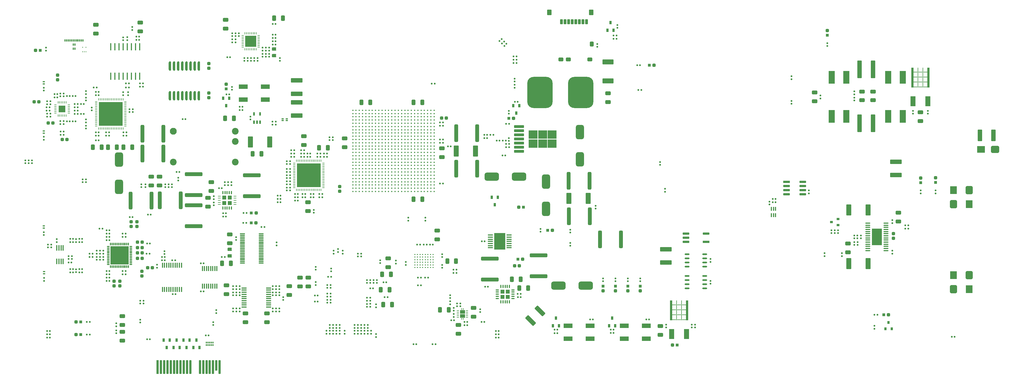
<source format=gtp>
G04*
G04 #@! TF.GenerationSoftware,Altium Limited,Altium Designer,24.1.2 (44)*
G04*
G04 Layer_Color=8421504*
%FSLAX44Y44*%
%MOMM*%
G71*
G04*
G04 #@! TF.SameCoordinates,140FFB89-E29E-458A-976C-A302E020C20F*
G04*
G04*
G04 #@! TF.FilePolarity,Positive*
G04*
G01*
G75*
%ADD25R,1.2700X0.2540*%
%ADD26R,0.6350X6.0960*%
%ADD27R,0.2540X6.0960*%
%ADD28R,2.7100X2.5750*%
%ADD29R,1.3000X1.3000*%
%ADD30R,3.1000X5.1600*%
%ADD31C,2.0574*%
%ADD32C,2.1090*%
G04:AMPARAMS|DCode=33|XSize=0.508mm|YSize=0.508mm|CornerRadius=0.1524mm|HoleSize=0mm|Usage=FLASHONLY|Rotation=90.000|XOffset=0mm|YOffset=0mm|HoleType=Round|Shape=RoundedRectangle|*
%AMROUNDEDRECTD33*
21,1,0.5080,0.2032,0,0,90.0*
21,1,0.2032,0.5080,0,0,90.0*
1,1,0.3048,0.1016,0.1016*
1,1,0.3048,0.1016,-0.1016*
1,1,0.3048,-0.1016,-0.1016*
1,1,0.3048,-0.1016,0.1016*
%
%ADD33ROUNDEDRECTD33*%
G04:AMPARAMS|DCode=34|XSize=0.508mm|YSize=0.508mm|CornerRadius=0.1524mm|HoleSize=0mm|Usage=FLASHONLY|Rotation=180.000|XOffset=0mm|YOffset=0mm|HoleType=Round|Shape=RoundedRectangle|*
%AMROUNDEDRECTD34*
21,1,0.5080,0.2032,0,0,180.0*
21,1,0.2032,0.5080,0,0,180.0*
1,1,0.3048,-0.1016,0.1016*
1,1,0.3048,0.1016,0.1016*
1,1,0.3048,0.1016,-0.1016*
1,1,0.3048,-0.1016,-0.1016*
%
%ADD34ROUNDEDRECTD34*%
G04:AMPARAMS|DCode=35|XSize=1.6256mm|YSize=1.1176mm|CornerRadius=0.1397mm|HoleSize=0mm|Usage=FLASHONLY|Rotation=90.000|XOffset=0mm|YOffset=0mm|HoleType=Round|Shape=RoundedRectangle|*
%AMROUNDEDRECTD35*
21,1,1.6256,0.8382,0,0,90.0*
21,1,1.3462,1.1176,0,0,90.0*
1,1,0.2794,0.4191,0.6731*
1,1,0.2794,0.4191,-0.6731*
1,1,0.2794,-0.4191,-0.6731*
1,1,0.2794,-0.4191,0.6731*
%
%ADD35ROUNDEDRECTD35*%
G04:AMPARAMS|DCode=36|XSize=1.143mm|YSize=5.461mm|CornerRadius=0.2858mm|HoleSize=0mm|Usage=FLASHONLY|Rotation=0.000|XOffset=0mm|YOffset=0mm|HoleType=Round|Shape=RoundedRectangle|*
%AMROUNDEDRECTD36*
21,1,1.1430,4.8895,0,0,0.0*
21,1,0.5715,5.4610,0,0,0.0*
1,1,0.5715,0.2858,-2.4448*
1,1,0.5715,-0.2858,-2.4448*
1,1,0.5715,-0.2858,2.4448*
1,1,0.5715,0.2858,2.4448*
%
%ADD36ROUNDEDRECTD36*%
G04:AMPARAMS|DCode=37|XSize=7.8mm|YSize=9.6mm|CornerRadius=1.95mm|HoleSize=0mm|Usage=FLASHONLY|Rotation=0.000|XOffset=0mm|YOffset=0mm|HoleType=Round|Shape=RoundedRectangle|*
%AMROUNDEDRECTD37*
21,1,7.8000,5.7000,0,0,0.0*
21,1,3.9000,9.6000,0,0,0.0*
1,1,3.9000,1.9500,-2.8500*
1,1,3.9000,-1.9500,-2.8500*
1,1,3.9000,-1.9500,2.8500*
1,1,3.9000,1.9500,2.8500*
%
%ADD37ROUNDEDRECTD37*%
%ADD38R,1.5748X3.0480*%
G04:AMPARAMS|DCode=39|XSize=1.524mm|YSize=0.4064mm|CornerRadius=0.0914mm|HoleSize=0mm|Usage=FLASHONLY|Rotation=180.000|XOffset=0mm|YOffset=0mm|HoleType=Round|Shape=RoundedRectangle|*
%AMROUNDEDRECTD39*
21,1,1.5240,0.2235,0,0,180.0*
21,1,1.3411,0.4064,0,0,180.0*
1,1,0.1829,-0.6706,0.1118*
1,1,0.1829,0.6706,0.1118*
1,1,0.1829,0.6706,-0.1118*
1,1,0.1829,-0.6706,-0.1118*
%
%ADD39ROUNDEDRECTD39*%
G04:AMPARAMS|DCode=40|XSize=1.524mm|YSize=0.4064mm|CornerRadius=0.0305mm|HoleSize=0mm|Usage=FLASHONLY|Rotation=0.000|XOffset=0mm|YOffset=0mm|HoleType=Round|Shape=RoundedRectangle|*
%AMROUNDEDRECTD40*
21,1,1.5240,0.3454,0,0,0.0*
21,1,1.4630,0.4064,0,0,0.0*
1,1,0.0610,0.7315,-0.1727*
1,1,0.0610,-0.7315,-0.1727*
1,1,0.0610,-0.7315,0.1727*
1,1,0.0610,0.7315,0.1727*
%
%ADD40ROUNDEDRECTD40*%
G04:AMPARAMS|DCode=41|XSize=0.24mm|YSize=0.6mm|CornerRadius=0.0492mm|HoleSize=0mm|Usage=FLASHONLY|Rotation=90.000|XOffset=0mm|YOffset=0mm|HoleType=Round|Shape=RoundedRectangle|*
%AMROUNDEDRECTD41*
21,1,0.2400,0.5016,0,0,90.0*
21,1,0.1416,0.6000,0,0,90.0*
1,1,0.0984,0.2508,0.0708*
1,1,0.0984,0.2508,-0.0708*
1,1,0.0984,-0.2508,-0.0708*
1,1,0.0984,-0.2508,0.0708*
%
%ADD41ROUNDEDRECTD41*%
%ADD42R,0.7112X1.0160*%
G04:AMPARAMS|DCode=43|XSize=0.8mm|YSize=1.5mm|CornerRadius=0.1mm|HoleSize=0mm|Usage=FLASHONLY|Rotation=0.000|XOffset=0mm|YOffset=0mm|HoleType=Round|Shape=RoundedRectangle|*
%AMROUNDEDRECTD43*
21,1,0.8000,1.3000,0,0,0.0*
21,1,0.6000,1.5000,0,0,0.0*
1,1,0.2000,0.3000,-0.6500*
1,1,0.2000,-0.3000,-0.6500*
1,1,0.2000,-0.3000,0.6500*
1,1,0.2000,0.3000,0.6500*
%
%ADD43ROUNDEDRECTD43*%
G04:AMPARAMS|DCode=44|XSize=0.508mm|YSize=0.508mm|CornerRadius=0.127mm|HoleSize=0mm|Usage=FLASHONLY|Rotation=180.000|XOffset=0mm|YOffset=0mm|HoleType=Round|Shape=RoundedRectangle|*
%AMROUNDEDRECTD44*
21,1,0.5080,0.2540,0,0,180.0*
21,1,0.2540,0.5080,0,0,180.0*
1,1,0.2540,-0.1270,0.1270*
1,1,0.2540,0.1270,0.1270*
1,1,0.2540,0.1270,-0.1270*
1,1,0.2540,-0.1270,-0.1270*
%
%ADD44ROUNDEDRECTD44*%
G04:AMPARAMS|DCode=45|XSize=4.4mm|YSize=2.5mm|CornerRadius=0.625mm|HoleSize=0mm|Usage=FLASHONLY|Rotation=270.000|XOffset=0mm|YOffset=0mm|HoleType=Round|Shape=RoundedRectangle|*
%AMROUNDEDRECTD45*
21,1,4.4000,1.2500,0,0,270.0*
21,1,3.1500,2.5000,0,0,270.0*
1,1,1.2500,-0.6250,-1.5750*
1,1,1.2500,-0.6250,1.5750*
1,1,1.2500,0.6250,1.5750*
1,1,1.2500,0.6250,-1.5750*
%
%ADD45ROUNDEDRECTD45*%
G04:AMPARAMS|DCode=46|XSize=0.95mm|YSize=0.95mm|CornerRadius=0.1758mm|HoleSize=0mm|Usage=FLASHONLY|Rotation=270.000|XOffset=0mm|YOffset=0mm|HoleType=Round|Shape=RoundedRectangle|*
%AMROUNDEDRECTD46*
21,1,0.9500,0.5985,0,0,270.0*
21,1,0.5985,0.9500,0,0,270.0*
1,1,0.3515,-0.2993,-0.2993*
1,1,0.3515,-0.2993,0.2993*
1,1,0.3515,0.2993,0.2993*
1,1,0.3515,0.2993,-0.2993*
%
%ADD46ROUNDEDRECTD46*%
G04:AMPARAMS|DCode=47|XSize=1.6256mm|YSize=1.1176mm|CornerRadius=0.1397mm|HoleSize=0mm|Usage=FLASHONLY|Rotation=180.000|XOffset=0mm|YOffset=0mm|HoleType=Round|Shape=RoundedRectangle|*
%AMROUNDEDRECTD47*
21,1,1.6256,0.8382,0,0,180.0*
21,1,1.3462,1.1176,0,0,180.0*
1,1,0.2794,-0.6731,0.4191*
1,1,0.2794,0.6731,0.4191*
1,1,0.2794,0.6731,-0.4191*
1,1,0.2794,-0.6731,-0.4191*
%
%ADD47ROUNDEDRECTD47*%
%ADD48C,0.4500*%
G04:AMPARAMS|DCode=49|XSize=2.032mm|YSize=0.635mm|CornerRadius=0.0794mm|HoleSize=0mm|Usage=FLASHONLY|Rotation=180.000|XOffset=0mm|YOffset=0mm|HoleType=Round|Shape=RoundedRectangle|*
%AMROUNDEDRECTD49*
21,1,2.0320,0.4763,0,0,180.0*
21,1,1.8733,0.6350,0,0,180.0*
1,1,0.1588,-0.9366,0.2381*
1,1,0.1588,0.9366,0.2381*
1,1,0.1588,0.9366,-0.2381*
1,1,0.1588,-0.9366,-0.2381*
%
%ADD49ROUNDEDRECTD49*%
G04:AMPARAMS|DCode=50|XSize=1.397mm|YSize=3.556mm|CornerRadius=0.1746mm|HoleSize=0mm|Usage=FLASHONLY|Rotation=270.000|XOffset=0mm|YOffset=0mm|HoleType=Round|Shape=RoundedRectangle|*
%AMROUNDEDRECTD50*
21,1,1.3970,3.2068,0,0,270.0*
21,1,1.0478,3.5560,0,0,270.0*
1,1,0.3493,-1.6034,-0.5239*
1,1,0.3493,-1.6034,0.5239*
1,1,0.3493,1.6034,0.5239*
1,1,0.3493,1.6034,-0.5239*
%
%ADD50ROUNDEDRECTD50*%
%ADD51O,1.5000X0.5500*%
G04:AMPARAMS|DCode=52|XSize=3.4544mm|YSize=1.5748mm|CornerRadius=0.2598mm|HoleSize=0mm|Usage=FLASHONLY|Rotation=90.000|XOffset=0mm|YOffset=0mm|HoleType=Round|Shape=RoundedRectangle|*
%AMROUNDEDRECTD52*
21,1,3.4544,1.0551,0,0,90.0*
21,1,2.9347,1.5748,0,0,90.0*
1,1,0.5197,0.5276,1.4674*
1,1,0.5197,0.5276,-1.4674*
1,1,0.5197,-0.5276,-1.4674*
1,1,0.5197,-0.5276,1.4674*
%
%ADD52ROUNDEDRECTD52*%
G04:AMPARAMS|DCode=53|XSize=0.508mm|YSize=0.508mm|CornerRadius=0.127mm|HoleSize=0mm|Usage=FLASHONLY|Rotation=270.000|XOffset=0mm|YOffset=0mm|HoleType=Round|Shape=RoundedRectangle|*
%AMROUNDEDRECTD53*
21,1,0.5080,0.2540,0,0,270.0*
21,1,0.2540,0.5080,0,0,270.0*
1,1,0.2540,-0.1270,-0.1270*
1,1,0.2540,-0.1270,0.1270*
1,1,0.2540,0.1270,0.1270*
1,1,0.2540,0.1270,-0.1270*
%
%ADD53ROUNDEDRECTD53*%
%ADD54C,0.3556*%
G04:AMPARAMS|DCode=55|XSize=1.27mm|YSize=1.016mm|CornerRadius=0.127mm|HoleSize=0mm|Usage=FLASHONLY|Rotation=180.000|XOffset=0mm|YOffset=0mm|HoleType=Round|Shape=RoundedRectangle|*
%AMROUNDEDRECTD55*
21,1,1.2700,0.7620,0,0,180.0*
21,1,1.0160,1.0160,0,0,180.0*
1,1,0.2540,-0.5080,0.3810*
1,1,0.2540,0.5080,0.3810*
1,1,0.2540,0.5080,-0.3810*
1,1,0.2540,-0.5080,-0.3810*
%
%ADD55ROUNDEDRECTD55*%
%ADD56R,0.6096X1.0160*%
%ADD57O,0.2300X0.8000*%
%ADD58O,0.8000X0.2300*%
G04:AMPARAMS|DCode=59|XSize=1.524mm|YSize=0.2794mm|CornerRadius=0.0461mm|HoleSize=0mm|Usage=FLASHONLY|Rotation=0.000|XOffset=0mm|YOffset=0mm|HoleType=Round|Shape=RoundedRectangle|*
%AMROUNDEDRECTD59*
21,1,1.5240,0.1872,0,0,0.0*
21,1,1.4318,0.2794,0,0,0.0*
1,1,0.0922,0.7159,-0.0936*
1,1,0.0922,-0.7159,-0.0936*
1,1,0.0922,-0.7159,0.0936*
1,1,0.0922,0.7159,0.0936*
%
%ADD59ROUNDEDRECTD59*%
G04:AMPARAMS|DCode=60|XSize=0.36mm|YSize=1.55mm|CornerRadius=0.016mm|HoleSize=0mm|Usage=FLASHONLY|Rotation=180.000|XOffset=0mm|YOffset=0mm|HoleType=Round|Shape=RoundedRectangle|*
%AMROUNDEDRECTD60*
21,1,0.3600,1.5180,0,0,180.0*
21,1,0.3280,1.5500,0,0,180.0*
1,1,0.0320,-0.1640,0.7590*
1,1,0.0320,0.1640,0.7590*
1,1,0.0320,0.1640,-0.7590*
1,1,0.0320,-0.1640,-0.7590*
%
%ADD60ROUNDEDRECTD60*%
G04:AMPARAMS|DCode=61|XSize=1.524mm|YSize=0.4064mm|CornerRadius=0.0914mm|HoleSize=0mm|Usage=FLASHONLY|Rotation=270.000|XOffset=0mm|YOffset=0mm|HoleType=Round|Shape=RoundedRectangle|*
%AMROUNDEDRECTD61*
21,1,1.5240,0.2235,0,0,270.0*
21,1,1.3411,0.4064,0,0,270.0*
1,1,0.1829,-0.1118,-0.6706*
1,1,0.1829,-0.1118,0.6706*
1,1,0.1829,0.1118,0.6706*
1,1,0.1829,0.1118,-0.6706*
%
%ADD61ROUNDEDRECTD61*%
%ADD62R,0.8000X0.2500*%
%ADD63R,0.2500X0.8000*%
G04:AMPARAMS|DCode=64|XSize=0.9652mm|YSize=0.9652mm|CornerRadius=0.1786mm|HoleSize=0mm|Usage=FLASHONLY|Rotation=90.000|XOffset=0mm|YOffset=0mm|HoleType=Round|Shape=RoundedRectangle|*
%AMROUNDEDRECTD64*
21,1,0.9652,0.6081,0,0,90.0*
21,1,0.6081,0.9652,0,0,90.0*
1,1,0.3571,0.3040,0.3040*
1,1,0.3571,0.3040,-0.3040*
1,1,0.3571,-0.3040,-0.3040*
1,1,0.3571,-0.3040,0.3040*
%
%ADD64ROUNDEDRECTD64*%
G04:AMPARAMS|DCode=65|XSize=0.508mm|YSize=0.508mm|CornerRadius=0.1524mm|HoleSize=0mm|Usage=FLASHONLY|Rotation=315.000|XOffset=0mm|YOffset=0mm|HoleType=Round|Shape=RoundedRectangle|*
%AMROUNDEDRECTD65*
21,1,0.5080,0.2032,0,0,315.0*
21,1,0.2032,0.5080,0,0,315.0*
1,1,0.3048,0.0000,-0.1437*
1,1,0.3048,-0.1437,0.0000*
1,1,0.3048,0.0000,0.1437*
1,1,0.3048,0.1437,0.0000*
%
%ADD65ROUNDEDRECTD65*%
G04:AMPARAMS|DCode=66|XSize=3.06mm|YSize=0.89mm|CornerRadius=0.2225mm|HoleSize=0mm|Usage=FLASHONLY|Rotation=0.000|XOffset=0mm|YOffset=0mm|HoleType=Round|Shape=RoundedRectangle|*
%AMROUNDEDRECTD66*
21,1,3.0600,0.4450,0,0,0.0*
21,1,2.6150,0.8900,0,0,0.0*
1,1,0.4450,1.3075,-0.2225*
1,1,0.4450,-1.3075,-0.2225*
1,1,0.4450,-1.3075,0.2225*
1,1,0.4450,1.3075,0.2225*
%
%ADD66ROUNDEDRECTD66*%
G04:AMPARAMS|DCode=67|XSize=4.4mm|YSize=2.5mm|CornerRadius=0.625mm|HoleSize=0mm|Usage=FLASHONLY|Rotation=180.000|XOffset=0mm|YOffset=0mm|HoleType=Round|Shape=RoundedRectangle|*
%AMROUNDEDRECTD67*
21,1,4.4000,1.2500,0,0,180.0*
21,1,3.1500,2.5000,0,0,180.0*
1,1,1.2500,-1.5750,0.6250*
1,1,1.2500,1.5750,0.6250*
1,1,1.2500,1.5750,-0.6250*
1,1,1.2500,-1.5750,-0.6250*
%
%ADD67ROUNDEDRECTD67*%
G04:AMPARAMS|DCode=68|XSize=1.143mm|YSize=5.461mm|CornerRadius=0.2858mm|HoleSize=0mm|Usage=FLASHONLY|Rotation=90.000|XOffset=0mm|YOffset=0mm|HoleType=Round|Shape=RoundedRectangle|*
%AMROUNDEDRECTD68*
21,1,1.1430,4.8895,0,0,90.0*
21,1,0.5715,5.4610,0,0,90.0*
1,1,0.5715,2.4448,0.2858*
1,1,0.5715,2.4448,-0.2858*
1,1,0.5715,-2.4448,-0.2858*
1,1,0.5715,-2.4448,0.2858*
%
%ADD68ROUNDEDRECTD68*%
G04:AMPARAMS|DCode=69|XSize=0.9652mm|YSize=0.9652mm|CornerRadius=0.1786mm|HoleSize=0mm|Usage=FLASHONLY|Rotation=0.000|XOffset=0mm|YOffset=0mm|HoleType=Round|Shape=RoundedRectangle|*
%AMROUNDEDRECTD69*
21,1,0.9652,0.6081,0,0,0.0*
21,1,0.6081,0.9652,0,0,0.0*
1,1,0.3571,0.3040,-0.3040*
1,1,0.3571,-0.3040,-0.3040*
1,1,0.3571,-0.3040,0.3040*
1,1,0.3571,0.3040,0.3040*
%
%ADD69ROUNDEDRECTD69*%
G04:AMPARAMS|DCode=70|XSize=0.3mm|YSize=0.95mm|CornerRadius=0.0625mm|HoleSize=0mm|Usage=FLASHONLY|Rotation=0.000|XOffset=0mm|YOffset=0mm|HoleType=Round|Shape=RoundedRectangle|*
%AMROUNDEDRECTD70*
21,1,0.3000,0.8250,0,0,0.0*
21,1,0.1750,0.9500,0,0,0.0*
1,1,0.1250,0.0875,-0.4125*
1,1,0.1250,-0.0875,-0.4125*
1,1,0.1250,-0.0875,0.4125*
1,1,0.1250,0.0875,0.4125*
%
%ADD70ROUNDEDRECTD70*%
G04:AMPARAMS|DCode=71|XSize=1.397mm|YSize=3.556mm|CornerRadius=0.1746mm|HoleSize=0mm|Usage=FLASHONLY|Rotation=45.000|XOffset=0mm|YOffset=0mm|HoleType=Round|Shape=RoundedRectangle|*
%AMROUNDEDRECTD71*
21,1,1.3970,3.2068,0,0,45.0*
21,1,1.0478,3.5560,0,0,45.0*
1,1,0.3493,1.5042,-0.7633*
1,1,0.3493,0.7633,-1.5042*
1,1,0.3493,-1.5042,0.7633*
1,1,0.3493,-0.7633,1.5042*
%
%ADD71ROUNDEDRECTD71*%
G04:AMPARAMS|DCode=72|XSize=3.4mm|YSize=3.4mm|CornerRadius=0mm|HoleSize=0mm|Usage=FLASHONLY|Rotation=0.000|XOffset=0mm|YOffset=0mm|HoleType=Round|Shape=RoundedRectangle|*
%AMROUNDEDRECTD72*
21,1,3.4000,3.4000,0,0,0.0*
21,1,3.4000,3.4000,0,0,0.0*
1,1,0.0000,1.7000,-1.7000*
1,1,0.0000,-1.7000,-1.7000*
1,1,0.0000,-1.7000,1.7000*
1,1,0.0000,1.7000,1.7000*
%
%ADD72ROUNDEDRECTD72*%
G04:AMPARAMS|DCode=73|XSize=0.95mm|YSize=0.95mm|CornerRadius=0.1758mm|HoleSize=0mm|Usage=FLASHONLY|Rotation=0.000|XOffset=0mm|YOffset=0mm|HoleType=Round|Shape=RoundedRectangle|*
%AMROUNDEDRECTD73*
21,1,0.9500,0.5985,0,0,0.0*
21,1,0.5985,0.9500,0,0,0.0*
1,1,0.3515,0.2993,-0.2993*
1,1,0.3515,-0.2993,-0.2993*
1,1,0.3515,-0.2993,0.2993*
1,1,0.3515,0.2993,0.2993*
%
%ADD73ROUNDEDRECTD73*%
%ADD74R,7.4000X7.4000*%
G04:AMPARAMS|DCode=75|XSize=0.9mm|YSize=0.25mm|CornerRadius=0.05mm|HoleSize=0mm|Usage=FLASHONLY|Rotation=0.000|XOffset=0mm|YOffset=0mm|HoleType=Round|Shape=RoundedRectangle|*
%AMROUNDEDRECTD75*
21,1,0.9000,0.1500,0,0,0.0*
21,1,0.8000,0.2500,0,0,0.0*
1,1,0.1000,0.4000,-0.0750*
1,1,0.1000,-0.4000,-0.0750*
1,1,0.1000,-0.4000,0.0750*
1,1,0.1000,0.4000,0.0750*
%
%ADD75ROUNDEDRECTD75*%
%ADD76R,0.4590X2.1990*%
G04:AMPARAMS|DCode=77|XSize=0.35mm|YSize=0.65mm|CornerRadius=0.025mm|HoleSize=0mm|Usage=FLASHONLY|Rotation=90.000|XOffset=0mm|YOffset=0mm|HoleType=Round|Shape=RoundedRectangle|*
%AMROUNDEDRECTD77*
21,1,0.3500,0.6000,0,0,90.0*
21,1,0.3000,0.6500,0,0,90.0*
1,1,0.0500,0.3000,0.1500*
1,1,0.0500,0.3000,-0.1500*
1,1,0.0500,-0.3000,-0.1500*
1,1,0.0500,-0.3000,0.1500*
%
%ADD77ROUNDEDRECTD77*%
%ADD78R,5.6000X5.6000*%
G04:AMPARAMS|DCode=79|XSize=1.524mm|YSize=0.4064mm|CornerRadius=0.0305mm|HoleSize=0mm|Usage=FLASHONLY|Rotation=270.000|XOffset=0mm|YOffset=0mm|HoleType=Round|Shape=RoundedRectangle|*
%AMROUNDEDRECTD79*
21,1,1.5240,0.3454,0,0,270.0*
21,1,1.4630,0.4064,0,0,270.0*
1,1,0.0610,-0.1727,-0.7315*
1,1,0.0610,-0.1727,0.7315*
1,1,0.0610,0.1727,0.7315*
1,1,0.0610,0.1727,-0.7315*
%
%ADD79ROUNDEDRECTD79*%
%ADD80O,0.2800X0.8500*%
%ADD81O,0.8500X0.2800*%
%ADD82O,0.7620X2.9210*%
G04:AMPARAMS|DCode=83|XSize=2.159mm|YSize=2.4638mm|CornerRadius=0.3562mm|HoleSize=0mm|Usage=FLASHONLY|Rotation=90.000|XOffset=0mm|YOffset=0mm|HoleType=Round|Shape=RoundedRectangle|*
%AMROUNDEDRECTD83*
21,1,2.1590,1.7513,0,0,90.0*
21,1,1.4465,2.4638,0,0,90.0*
1,1,0.7125,0.8757,0.7233*
1,1,0.7125,0.8757,-0.7233*
1,1,0.7125,-0.8757,-0.7233*
1,1,0.7125,-0.8757,0.7233*
%
%ADD83ROUNDEDRECTD83*%
%ADD84R,2.4638X2.1590*%
%ADD85R,0.9652X0.9652*%
G04:AMPARAMS|DCode=86|XSize=3.429mm|YSize=5.08mm|CornerRadius=0.0857mm|HoleSize=0mm|Usage=FLASHONLY|Rotation=0.000|XOffset=0mm|YOffset=0mm|HoleType=Round|Shape=RoundedRectangle|*
%AMROUNDEDRECTD86*
21,1,3.4290,4.9086,0,0,0.0*
21,1,3.2576,5.0800,0,0,0.0*
1,1,0.1715,1.6288,-2.4543*
1,1,0.1715,-1.6288,-2.4543*
1,1,0.1715,-1.6288,2.4543*
1,1,0.1715,1.6288,2.4543*
%
%ADD86ROUNDEDRECTD86*%
G04:AMPARAMS|DCode=87|XSize=1.524mm|YSize=0.2794mm|CornerRadius=0.014mm|HoleSize=0mm|Usage=FLASHONLY|Rotation=0.000|XOffset=0mm|YOffset=0mm|HoleType=Round|Shape=RoundedRectangle|*
%AMROUNDEDRECTD87*
21,1,1.5240,0.2515,0,0,0.0*
21,1,1.4961,0.2794,0,0,0.0*
1,1,0.0279,0.7480,-0.1257*
1,1,0.0279,-0.7480,-0.1257*
1,1,0.0279,-0.7480,0.1257*
1,1,0.0279,0.7480,0.1257*
%
%ADD87ROUNDEDRECTD87*%
%ADD88R,0.9652X0.9652*%
%ADD89R,2.7000X1.3500*%
G04:AMPARAMS|DCode=90|XSize=1.5mm|YSize=1.15mm|CornerRadius=0.1438mm|HoleSize=0mm|Usage=FLASHONLY|Rotation=0.000|XOffset=0mm|YOffset=0mm|HoleType=Round|Shape=RoundedRectangle|*
%AMROUNDEDRECTD90*
21,1,1.5000,0.8625,0,0,0.0*
21,1,1.2125,1.1500,0,0,0.0*
1,1,0.2875,0.6063,-0.4313*
1,1,0.2875,-0.6063,-0.4313*
1,1,0.2875,-0.6063,0.4313*
1,1,0.2875,0.6063,0.4313*
%
%ADD90ROUNDEDRECTD90*%
G04:AMPARAMS|DCode=91|XSize=1.15mm|YSize=1.5mm|CornerRadius=0.1438mm|HoleSize=0mm|Usage=FLASHONLY|Rotation=0.000|XOffset=0mm|YOffset=0mm|HoleType=Round|Shape=RoundedRectangle|*
%AMROUNDEDRECTD91*
21,1,1.1500,1.2125,0,0,0.0*
21,1,0.8625,1.5000,0,0,0.0*
1,1,0.2875,0.4313,-0.6063*
1,1,0.2875,-0.4313,-0.6063*
1,1,0.2875,-0.4313,0.6063*
1,1,0.2875,0.4313,0.6063*
%
%ADD91ROUNDEDRECTD91*%
G04:AMPARAMS|DCode=92|XSize=1.4mm|YSize=1.7mm|CornerRadius=0.175mm|HoleSize=0mm|Usage=FLASHONLY|Rotation=0.000|XOffset=0mm|YOffset=0mm|HoleType=Round|Shape=RoundedRectangle|*
%AMROUNDEDRECTD92*
21,1,1.4000,1.3500,0,0,0.0*
21,1,1.0500,1.7000,0,0,0.0*
1,1,0.3500,0.5250,-0.6750*
1,1,0.3500,-0.5250,-0.6750*
1,1,0.3500,-0.5250,0.6750*
1,1,0.3500,0.5250,0.6750*
%
%ADD92ROUNDEDRECTD92*%
G04:AMPARAMS|DCode=93|XSize=0.8mm|YSize=1.5mm|CornerRadius=0.04mm|HoleSize=0mm|Usage=FLASHONLY|Rotation=0.000|XOffset=0mm|YOffset=0mm|HoleType=Round|Shape=RoundedRectangle|*
%AMROUNDEDRECTD93*
21,1,0.8000,1.4200,0,0,0.0*
21,1,0.7200,1.5000,0,0,0.0*
1,1,0.0800,0.3600,-0.7100*
1,1,0.0800,-0.3600,-0.7100*
1,1,0.0800,-0.3600,0.7100*
1,1,0.0800,0.3600,0.7100*
%
%ADD93ROUNDEDRECTD93*%
G04:AMPARAMS|DCode=94|XSize=0.7112mm|YSize=0.3048mm|CornerRadius=0.0152mm|HoleSize=0mm|Usage=FLASHONLY|Rotation=0.000|XOffset=0mm|YOffset=0mm|HoleType=Round|Shape=RoundedRectangle|*
%AMROUNDEDRECTD94*
21,1,0.7112,0.2743,0,0,0.0*
21,1,0.6807,0.3048,0,0,0.0*
1,1,0.0305,0.3404,-0.1372*
1,1,0.0305,-0.3404,-0.1372*
1,1,0.0305,-0.3404,0.1372*
1,1,0.0305,0.3404,0.1372*
%
%ADD94ROUNDEDRECTD94*%
G04:AMPARAMS|DCode=95|XSize=0.7112mm|YSize=0.3048mm|CornerRadius=0.0381mm|HoleSize=0mm|Usage=FLASHONLY|Rotation=0.000|XOffset=0mm|YOffset=0mm|HoleType=Round|Shape=RoundedRectangle|*
%AMROUNDEDRECTD95*
21,1,0.7112,0.2286,0,0,0.0*
21,1,0.6350,0.3048,0,0,0.0*
1,1,0.0762,0.3175,-0.1143*
1,1,0.0762,-0.3175,-0.1143*
1,1,0.0762,-0.3175,0.1143*
1,1,0.0762,0.3175,0.1143*
%
%ADD95ROUNDEDRECTD95*%
%ADD96O,0.4000X1.8000*%
%ADD97R,2.1000X2.1000*%
%ADD98O,0.2000X0.8000*%
%ADD99O,0.8000X0.2000*%
%ADD100R,2.0320X0.6350*%
G04:AMPARAMS|DCode=101|XSize=1.1938mm|YSize=0.3937mm|CornerRadius=0.0197mm|HoleSize=0mm|Usage=FLASHONLY|Rotation=270.000|XOffset=0mm|YOffset=0mm|HoleType=Round|Shape=RoundedRectangle|*
%AMROUNDEDRECTD101*
21,1,1.1938,0.3543,0,0,270.0*
21,1,1.1544,0.3937,0,0,270.0*
1,1,0.0394,-0.1772,-0.5772*
1,1,0.0394,-0.1772,0.5772*
1,1,0.0394,0.1772,0.5772*
1,1,0.0394,0.1772,-0.5772*
%
%ADD101ROUNDEDRECTD101*%
G04:AMPARAMS|DCode=102|XSize=1.1938mm|YSize=0.3937mm|CornerRadius=0.065mm|HoleSize=0mm|Usage=FLASHONLY|Rotation=270.000|XOffset=0mm|YOffset=0mm|HoleType=Round|Shape=RoundedRectangle|*
%AMROUNDEDRECTD102*
21,1,1.1938,0.2638,0,0,270.0*
21,1,1.0639,0.3937,0,0,270.0*
1,1,0.1299,-0.1319,-0.5319*
1,1,0.1299,-0.1319,0.5319*
1,1,0.1299,0.1319,0.5319*
1,1,0.1299,0.1319,-0.5319*
%
%ADD102ROUNDEDRECTD102*%
G04:AMPARAMS|DCode=103|XSize=0.25mm|YSize=0.4mm|CornerRadius=0.05mm|HoleSize=0mm|Usage=FLASHONLY|Rotation=180.000|XOffset=0mm|YOffset=0mm|HoleType=Round|Shape=RoundedRectangle|*
%AMROUNDEDRECTD103*
21,1,0.2500,0.3000,0,0,180.0*
21,1,0.1500,0.4000,0,0,180.0*
1,1,0.1000,-0.0750,0.1500*
1,1,0.1000,0.0750,0.1500*
1,1,0.1000,0.0750,-0.1500*
1,1,0.1000,-0.0750,-0.1500*
%
%ADD103ROUNDEDRECTD103*%
G04:AMPARAMS|DCode=104|XSize=0.7112mm|YSize=0.3048mm|CornerRadius=0.0152mm|HoleSize=0mm|Usage=FLASHONLY|Rotation=270.000|XOffset=0mm|YOffset=0mm|HoleType=Round|Shape=RoundedRectangle|*
%AMROUNDEDRECTD104*
21,1,0.7112,0.2743,0,0,270.0*
21,1,0.6807,0.3048,0,0,270.0*
1,1,0.0305,-0.1372,-0.3404*
1,1,0.0305,-0.1372,0.3404*
1,1,0.0305,0.1372,0.3404*
1,1,0.0305,0.1372,-0.3404*
%
%ADD104ROUNDEDRECTD104*%
G04:AMPARAMS|DCode=105|XSize=0.7112mm|YSize=0.3048mm|CornerRadius=0.0381mm|HoleSize=0mm|Usage=FLASHONLY|Rotation=270.000|XOffset=0mm|YOffset=0mm|HoleType=Round|Shape=RoundedRectangle|*
%AMROUNDEDRECTD105*
21,1,0.7112,0.2286,0,0,270.0*
21,1,0.6350,0.3048,0,0,270.0*
1,1,0.0762,-0.1143,-0.3175*
1,1,0.0762,-0.1143,0.3175*
1,1,0.0762,0.1143,0.3175*
1,1,0.0762,0.1143,-0.3175*
%
%ADD105ROUNDEDRECTD105*%
%ADD106R,0.3500X0.7000*%
G04:AMPARAMS|DCode=107|XSize=0.75mm|YSize=0.85mm|CornerRadius=0.055mm|HoleSize=0mm|Usage=FLASHONLY|Rotation=180.000|XOffset=0mm|YOffset=0mm|HoleType=Round|Shape=RoundedRectangle|*
%AMROUNDEDRECTD107*
21,1,0.7500,0.7400,0,0,180.0*
21,1,0.6400,0.8500,0,0,180.0*
1,1,0.1100,-0.3200,0.3700*
1,1,0.1100,0.3200,0.3700*
1,1,0.1100,0.3200,-0.3700*
1,1,0.1100,-0.3200,-0.3700*
%
%ADD107ROUNDEDRECTD107*%
%ADD108R,0.3000X0.5500*%
%ADD109R,0.4000X0.5500*%
G04:AMPARAMS|DCode=110|XSize=0.75mm|YSize=0.85mm|CornerRadius=0.055mm|HoleSize=0mm|Usage=FLASHONLY|Rotation=270.000|XOffset=0mm|YOffset=0mm|HoleType=Round|Shape=RoundedRectangle|*
%AMROUNDEDRECTD110*
21,1,0.7500,0.7400,0,0,270.0*
21,1,0.6400,0.8500,0,0,270.0*
1,1,0.1100,-0.3700,-0.3200*
1,1,0.1100,-0.3700,0.3200*
1,1,0.1100,0.3700,0.3200*
1,1,0.1100,0.3700,-0.3200*
%
%ADD110ROUNDEDRECTD110*%
%ADD111R,2.1590X2.4638*%
G04:AMPARAMS|DCode=112|XSize=2.159mm|YSize=2.4638mm|CornerRadius=0.3562mm|HoleSize=0mm|Usage=FLASHONLY|Rotation=180.000|XOffset=0mm|YOffset=0mm|HoleType=Round|Shape=RoundedRectangle|*
%AMROUNDEDRECTD112*
21,1,2.1590,1.7513,0,0,180.0*
21,1,1.4465,2.4638,0,0,180.0*
1,1,0.7125,-0.7233,0.8757*
1,1,0.7125,0.7233,0.8757*
1,1,0.7125,0.7233,-0.8757*
1,1,0.7125,-0.7233,-0.8757*
%
%ADD112ROUNDEDRECTD112*%
%ADD113O,1.6000X0.3000*%
G04:AMPARAMS|DCode=114|XSize=3.4544mm|YSize=1.5748mm|CornerRadius=0.2598mm|HoleSize=0mm|Usage=FLASHONLY|Rotation=0.000|XOffset=0mm|YOffset=0mm|HoleType=Round|Shape=RoundedRectangle|*
%AMROUNDEDRECTD114*
21,1,3.4544,1.0551,0,0,0.0*
21,1,2.9347,1.5748,0,0,0.0*
1,1,0.5197,1.4674,-0.5276*
1,1,0.5197,-1.4674,-0.5276*
1,1,0.5197,-1.4674,0.5276*
1,1,0.5197,1.4674,0.5276*
%
%ADD114ROUNDEDRECTD114*%
G04:AMPARAMS|DCode=115|XSize=1.397mm|YSize=5.461mm|CornerRadius=0.1746mm|HoleSize=0mm|Usage=FLASHONLY|Rotation=0.000|XOffset=0mm|YOffset=0mm|HoleType=Round|Shape=RoundedRectangle|*
%AMROUNDEDRECTD115*
21,1,1.3970,5.1118,0,0,0.0*
21,1,1.0478,5.4610,0,0,0.0*
1,1,0.3493,0.5239,-2.5559*
1,1,0.3493,-0.5239,-2.5559*
1,1,0.3493,-0.5239,2.5559*
1,1,0.3493,0.5239,2.5559*
%
%ADD115ROUNDEDRECTD115*%
%ADD116R,1.9000X3.9000*%
G04:AMPARAMS|DCode=117|XSize=1.397mm|YSize=3.556mm|CornerRadius=0.1746mm|HoleSize=0mm|Usage=FLASHONLY|Rotation=0.000|XOffset=0mm|YOffset=0mm|HoleType=Round|Shape=RoundedRectangle|*
%AMROUNDEDRECTD117*
21,1,1.3970,3.2068,0,0,0.0*
21,1,1.0478,3.5560,0,0,0.0*
1,1,0.3493,0.5239,-1.6034*
1,1,0.3493,-0.5239,-1.6034*
1,1,0.3493,-0.5239,1.6034*
1,1,0.3493,0.5239,1.6034*
%
%ADD117ROUNDEDRECTD117*%
G04:AMPARAMS|DCode=118|XSize=0.3mm|YSize=0.95mm|CornerRadius=0.0625mm|HoleSize=0mm|Usage=FLASHONLY|Rotation=90.000|XOffset=0mm|YOffset=0mm|HoleType=Round|Shape=RoundedRectangle|*
%AMROUNDEDRECTD118*
21,1,0.3000,0.8250,0,0,90.0*
21,1,0.1750,0.9500,0,0,90.0*
1,1,0.1250,0.4125,0.0875*
1,1,0.1250,0.4125,-0.0875*
1,1,0.1250,-0.4125,-0.0875*
1,1,0.1250,-0.4125,0.0875*
%
%ADD118ROUNDEDRECTD118*%
G04:AMPARAMS|DCode=119|XSize=0.7mm|YSize=4.2mm|CornerRadius=0.0875mm|HoleSize=0mm|Usage=FLASHONLY|Rotation=0.000|XOffset=0mm|YOffset=0mm|HoleType=Round|Shape=RoundedRectangle|*
%AMROUNDEDRECTD119*
21,1,0.7000,4.0250,0,0,0.0*
21,1,0.5250,4.2000,0,0,0.0*
1,1,0.1750,0.2625,-2.0125*
1,1,0.1750,-0.2625,-2.0125*
1,1,0.1750,-0.2625,2.0125*
1,1,0.1750,0.2625,2.0125*
%
%ADD119ROUNDEDRECTD119*%
G04:AMPARAMS|DCode=120|XSize=0.7mm|YSize=3.2mm|CornerRadius=0.0875mm|HoleSize=0mm|Usage=FLASHONLY|Rotation=0.000|XOffset=0mm|YOffset=0mm|HoleType=Round|Shape=RoundedRectangle|*
%AMROUNDEDRECTD120*
21,1,0.7000,3.0250,0,0,0.0*
21,1,0.5250,3.2000,0,0,0.0*
1,1,0.1750,0.2625,-1.5125*
1,1,0.1750,-0.2625,-1.5125*
1,1,0.1750,-0.2625,1.5125*
1,1,0.1750,0.2625,1.5125*
%
%ADD120ROUNDEDRECTD120*%
G04:AMPARAMS|DCode=121|XSize=0.7mm|YSize=4.2mm|CornerRadius=0.035mm|HoleSize=0mm|Usage=FLASHONLY|Rotation=0.000|XOffset=0mm|YOffset=0mm|HoleType=Round|Shape=RoundedRectangle|*
%AMROUNDEDRECTD121*
21,1,0.7000,4.1300,0,0,0.0*
21,1,0.6300,4.2000,0,0,0.0*
1,1,0.0700,0.3150,-2.0650*
1,1,0.0700,-0.3150,-2.0650*
1,1,0.0700,-0.3150,2.0650*
1,1,0.0700,0.3150,2.0650*
%
%ADD121ROUNDEDRECTD121*%
G36*
X746400Y967700D02*
X737700D01*
Y976400D01*
X746400Y976400D01*
X746400Y967700D01*
D02*
G37*
G36*
X757100Y976400D02*
X757100Y967700D01*
X748400D01*
Y976400D01*
X757100Y976400D01*
D02*
G37*
G36*
X735700Y967700D02*
X727000D01*
X727000Y976400D01*
X735700D01*
X735700Y967700D01*
D02*
G37*
G36*
X757100Y965700D02*
X757100Y957000D01*
X748400D01*
X748400Y965700D01*
X757100Y965700D01*
D02*
G37*
G36*
X746400Y957000D02*
X737700Y957000D01*
X737700Y965700D01*
X746400D01*
Y957000D01*
D02*
G37*
G36*
X735700Y957000D02*
X727000Y957000D01*
Y965700D01*
X735700D01*
Y957000D01*
D02*
G37*
G36*
X757100Y955000D02*
Y946300D01*
X748400Y946300D01*
Y955000D01*
X757100Y955000D01*
D02*
G37*
G36*
X746400Y946300D02*
X737700D01*
X737700Y955000D01*
X746400D01*
Y946300D01*
D02*
G37*
G36*
X735700D02*
X727000D01*
Y955000D01*
X735700D01*
X735700Y946300D01*
D02*
G37*
G36*
X1394970Y139116D02*
X1396470Y139115D01*
X1396470Y139115D01*
X1396569Y139115D01*
X1396753Y139040D01*
X1396894Y138899D01*
X1396970Y138715D01*
Y138616D01*
X1396971Y136216D01*
X1396971Y136216D01*
X1396971Y136117D01*
X1396895Y135932D01*
X1396754Y135791D01*
X1396569Y135715D01*
X1396470Y135715D01*
X1394970Y135715D01*
X1394970Y135715D01*
X1394870Y135716D01*
X1394686Y135792D01*
X1394546Y135933D01*
X1394470Y136117D01*
X1394470Y136216D01*
X1394470Y138616D01*
X1394470D01*
X1394470Y138715D01*
X1394546Y138899D01*
X1394687Y139039D01*
X1394871Y139116D01*
X1394970Y139116D01*
D02*
G37*
G36*
X1389970D02*
X1391470Y139115D01*
X1391470Y139115D01*
X1391569Y139115D01*
X1391753Y139040D01*
X1391894Y138899D01*
X1391970Y138715D01*
Y138616D01*
X1391971Y136216D01*
X1391971Y136216D01*
X1391971Y136117D01*
X1391895Y135932D01*
X1391754Y135791D01*
X1391569Y135715D01*
X1391470Y135715D01*
X1389970Y135715D01*
X1389970Y135715D01*
X1389870Y135716D01*
X1389686Y135792D01*
X1389546Y135933D01*
X1389470Y136117D01*
X1389470Y136216D01*
X1389470Y138616D01*
X1389470D01*
X1389470Y138715D01*
X1389546Y138899D01*
X1389687Y139039D01*
X1389871Y139116D01*
X1389970Y139116D01*
D02*
G37*
G36*
X1399719Y133716D02*
X1399918Y133716D01*
X1400285Y133564D01*
X1400567Y133283D01*
X1400719Y132916D01*
X1400719Y132717D01*
X1400719Y124115D01*
X1400719Y124115D01*
X1400719Y123916D01*
X1400567Y123549D01*
X1400286Y123268D01*
X1399919Y123116D01*
X1399720Y123116D01*
X1386720Y123115D01*
X1386720Y123115D01*
X1386521Y123115D01*
X1386153Y123267D01*
X1385872Y123549D01*
X1385720Y123916D01*
X1385720Y124115D01*
X1385719Y132715D01*
Y132715D01*
X1385719Y132914D01*
X1385871Y133282D01*
X1386153Y133563D01*
X1386521Y133716D01*
X1386720Y133715D01*
X1399719Y133716D01*
X1399719Y133716D01*
D02*
G37*
G36*
X1399720Y121116D02*
X1399919Y121116D01*
X1400287Y120963D01*
X1400568Y120682D01*
X1400720Y120315D01*
X1400720Y120116D01*
X1400721Y111516D01*
X1400721Y111516D01*
X1400721Y111317D01*
X1400569Y110949D01*
X1400287Y110667D01*
X1399919Y110515D01*
X1399720Y110515D01*
X1386721Y110515D01*
X1386721Y110515D01*
X1386522Y110515D01*
X1386155Y110667D01*
X1385873Y110948D01*
X1385721Y111315D01*
X1385721Y111514D01*
X1385721Y120116D01*
X1385721D01*
X1385721Y120315D01*
X1385873Y120682D01*
X1386154Y120963D01*
X1386521Y121115D01*
X1386720Y121115D01*
X1399720Y121116D01*
X1399720Y121116D01*
D02*
G37*
G36*
X1394970Y108516D02*
X1396470Y108516D01*
X1396470Y108516D01*
X1396570Y108515D01*
X1396754Y108439D01*
X1396894Y108298D01*
X1396970Y108114D01*
X1396970Y108014D01*
X1396970Y105615D01*
X1396970Y105615D01*
X1396970Y105516D01*
X1396894Y105332D01*
X1396753Y105191D01*
X1396569Y105115D01*
X1396470Y105115D01*
X1394970Y105116D01*
X1394970Y105116D01*
X1394871Y105115D01*
X1394687Y105191D01*
X1394546Y105332D01*
X1394470Y105515D01*
Y105615D01*
X1394469Y108014D01*
Y108014D01*
X1394469Y108114D01*
X1394545Y108299D01*
X1394686Y108440D01*
X1394871Y108516D01*
X1394970Y108516D01*
D02*
G37*
G36*
X1389970D02*
X1391470Y108516D01*
X1391470Y108516D01*
X1391570Y108515D01*
X1391754Y108439D01*
X1391894Y108298D01*
X1391970Y108114D01*
X1391970Y108014D01*
X1391970Y105615D01*
X1391970Y105615D01*
X1391970Y105516D01*
X1391894Y105332D01*
X1391753Y105191D01*
X1391569Y105115D01*
X1391470Y105115D01*
X1389970Y105116D01*
X1389970Y105116D01*
X1389871Y105115D01*
X1389687Y105191D01*
X1389546Y105332D01*
X1389470Y105515D01*
Y105615D01*
X1389469Y108014D01*
Y108014D01*
X1389469Y108114D01*
X1389545Y108299D01*
X1389686Y108440D01*
X1389871Y108516D01*
X1389970Y108516D01*
D02*
G37*
D25*
X2073984Y104140D02*
D03*
X2058744D02*
D03*
X2043504D02*
D03*
X2073984Y119380D02*
D03*
X2058744D02*
D03*
X2043504D02*
D03*
X2073984Y134620D02*
D03*
X2058744D02*
D03*
X2043504D02*
D03*
X2073984Y149860D02*
D03*
X2058744D02*
D03*
X2043504D02*
D03*
X2815577Y820419D02*
D03*
X2800337D02*
D03*
X2785097Y820419D02*
D03*
X2815577Y835659D02*
D03*
X2800337D02*
D03*
X2785097Y835659D02*
D03*
X2815577Y850899D02*
D03*
X2800338Y850899D02*
D03*
X2785097Y850898D02*
D03*
X2815577Y866139D02*
D03*
X2800337Y866139D02*
D03*
X2785097Y866139D02*
D03*
D26*
X2033979Y133350D02*
D03*
X2083509D02*
D03*
X2775572Y849629D02*
D03*
X2825102Y849629D02*
D03*
D27*
X2051124Y133350D02*
D03*
X2066364D02*
D03*
X2792717Y849630D02*
D03*
X2807957Y849629D02*
D03*
D28*
X1639569Y646542D02*
D03*
X1610469Y646542D02*
D03*
X1668692Y646521D02*
D03*
X1668670Y674259D02*
D03*
X1610469Y674258D02*
D03*
X1639592Y674281D02*
D03*
D29*
X678175Y480285D02*
D03*
Y463285D02*
D03*
X661175D02*
D03*
Y480285D02*
D03*
X1532300Y191045D02*
D03*
Y175046D02*
D03*
X1516300D02*
D03*
Y191045D02*
D03*
D30*
X2667000Y359410D02*
D03*
D31*
X504190Y589280D02*
D03*
X694690Y652780D02*
D03*
Y684530D02*
D03*
Y589280D02*
D03*
D32*
X504190Y684530D02*
D03*
D33*
X833755Y466090D02*
D03*
X824865D02*
D03*
X833755Y476250D02*
D03*
X824865D02*
D03*
X833755Y486410D02*
D03*
X824865D02*
D03*
X1559295Y894080D02*
D03*
X1332865Y701040D02*
D03*
Y659130D02*
D03*
X1848485Y63500D02*
D03*
X1332865Y523240D02*
D03*
X1675765Y63330D02*
D03*
X469265Y297180D02*
D03*
X818515Y1014730D02*
D03*
Y981710D02*
D03*
X809625Y1014730D02*
D03*
X1559295Y904240D02*
D03*
X1553845Y774700D02*
D03*
X1527175Y707390D02*
D03*
X1332865Y711200D02*
D03*
X1459865Y662940D02*
D03*
X1332865Y648970D02*
D03*
X1524635Y609600D02*
D03*
X1298575Y830580D02*
D03*
X1966595Y105410D02*
D03*
X1793875D02*
D03*
X1374585Y258380D02*
D03*
Y248220D02*
D03*
X1256475Y210120D02*
D03*
X1495425Y69850D02*
D03*
Y59690D02*
D03*
Y49530D02*
D03*
X708025Y759460D02*
D03*
X541655Y721360D02*
D03*
X426085Y427981D02*
D03*
X247015Y297180D02*
D03*
X125095Y69850D02*
D03*
Y49530D02*
D03*
Y59690D02*
D03*
X809625Y981710D02*
D03*
Y951230D02*
D03*
Y971550D02*
D03*
Y961390D02*
D03*
X1550405Y894080D02*
D03*
Y904240D02*
D03*
X2762885Y384810D02*
D03*
X2753995D02*
D03*
X716915Y759460D02*
D03*
X708025Y749300D02*
D03*
X716915D02*
D03*
X2753995Y394970D02*
D03*
X2762885D02*
D03*
X784225Y389890D02*
D03*
X775335D02*
D03*
X1307465Y830580D02*
D03*
X1323975Y659130D02*
D03*
Y648970D02*
D03*
Y711200D02*
D03*
Y701040D02*
D03*
Y523240D02*
D03*
X1562735Y774700D02*
D03*
X1515745Y609600D02*
D03*
X1310005Y29210D02*
D03*
X1301115D02*
D03*
X1242445D02*
D03*
X1251335D02*
D03*
X1536065Y707390D02*
D03*
X1468755Y662940D02*
D03*
X1459865Y673100D02*
D03*
X1468755D02*
D03*
X1487805D02*
D03*
X1478915D02*
D03*
X1497965Y655320D02*
D03*
X1506855D02*
D03*
X1525905D02*
D03*
X1517015D02*
D03*
X1536065Y645160D02*
D03*
X1527175D02*
D03*
X1929765Y887730D02*
D03*
X1938655D02*
D03*
X719455Y402590D02*
D03*
X728345D02*
D03*
X729488Y433070D02*
D03*
X720598D02*
D03*
X116205Y49530D02*
D03*
Y59690D02*
D03*
Y69850D02*
D03*
X1504315Y49530D02*
D03*
Y59690D02*
D03*
Y69850D02*
D03*
X1784985Y105410D02*
D03*
X1957705D02*
D03*
X1857375Y63500D02*
D03*
X1684655Y63330D02*
D03*
X676275Y797560D02*
D03*
X667385D02*
D03*
X818515Y971550D02*
D03*
Y961390D02*
D03*
Y951230D02*
D03*
X277495Y384810D02*
D03*
X286385D02*
D03*
X255905Y297180D02*
D03*
X187325Y342900D02*
D03*
X196215D02*
D03*
X187325Y353060D02*
D03*
X196215D02*
D03*
X224155D02*
D03*
X215265D02*
D03*
X187325Y260350D02*
D03*
X196215D02*
D03*
X187325Y250190D02*
D03*
X196215D02*
D03*
X224155D02*
D03*
X215265D02*
D03*
X224155Y260350D02*
D03*
X215265D02*
D03*
X224155Y342900D02*
D03*
X215265D02*
D03*
X194945Y792480D02*
D03*
X203835D02*
D03*
X220345Y768350D02*
D03*
X229235D02*
D03*
X194945Y715010D02*
D03*
X203835D02*
D03*
X220345Y737870D02*
D03*
X229235D02*
D03*
X186055Y715010D02*
D03*
X177165D02*
D03*
X210185Y737870D02*
D03*
X201295D02*
D03*
X186055Y792480D02*
D03*
X177165D02*
D03*
X210185Y768350D02*
D03*
X201295D02*
D03*
X434975Y427981D02*
D03*
X532765Y721360D02*
D03*
X158115Y673100D02*
D03*
X167005D02*
D03*
X158115Y683260D02*
D03*
X167005D02*
D03*
X147955Y798830D02*
D03*
X139065D02*
D03*
X147955Y788670D02*
D03*
X139065D02*
D03*
X1857375Y979170D02*
D03*
X1866265D02*
D03*
X1857375Y969010D02*
D03*
X1866265D02*
D03*
X1365695Y258380D02*
D03*
Y248220D02*
D03*
X1265365Y210120D02*
D03*
X2355215Y466090D02*
D03*
X2346325D02*
D03*
Y476250D02*
D03*
X2355215D02*
D03*
X358775Y819150D02*
D03*
X367665D02*
D03*
X358775Y831850D02*
D03*
X367665D02*
D03*
X478155Y297180D02*
D03*
X603885Y56388D02*
D03*
X612775D02*
D03*
X247650Y98044D02*
D03*
X238760D02*
D03*
X247650Y58674D02*
D03*
X238760D02*
D03*
X1942465Y811530D02*
D03*
X1933575D02*
D03*
X1460530Y97985D02*
D03*
X1451640D02*
D03*
X1563243Y173771D02*
D03*
X1572133D02*
D03*
X2668270Y120062D02*
D03*
X2659380D02*
D03*
X2896870Y52070D02*
D03*
X2905760D02*
D03*
D34*
X819150Y713740D02*
D03*
Y704850D02*
D03*
X808990Y713740D02*
D03*
Y704850D02*
D03*
X1869440Y1011555D02*
D03*
X1807210Y944245D02*
D03*
X1553210Y846455D02*
D03*
X1724660Y381635D02*
D03*
X1278890Y418465D02*
D03*
X1633220Y384175D02*
D03*
X1447830Y136720D02*
D03*
X1226820Y418465D02*
D03*
X821690Y342265D02*
D03*
X722630Y901065D02*
D03*
X1535430Y663575D02*
D03*
X1802130Y455295D02*
D03*
X1724660Y332105D02*
D03*
X1355120Y179900D02*
D03*
X1112520Y61595D02*
D03*
X984250Y666115D02*
D03*
X684530Y821055D02*
D03*
X683260Y518795D02*
D03*
X106680Y809625D02*
D03*
X500380Y521335D02*
D03*
X226060Y536575D02*
D03*
X106680Y658495D02*
D03*
X49501Y594995D02*
D03*
X69821D02*
D03*
X59690D02*
D03*
X935990Y433705D02*
D03*
X975360Y61595D02*
D03*
X477520Y315595D02*
D03*
X722630Y909955D02*
D03*
X732790D02*
D03*
X763270D02*
D03*
X753110D02*
D03*
X742950D02*
D03*
X2597150Y354965D02*
D03*
Y363855D02*
D03*
X2607056Y363810D02*
D03*
Y354920D02*
D03*
X683260Y527685D02*
D03*
X673100Y518795D02*
D03*
Y527685D02*
D03*
X935990Y442595D02*
D03*
X984250Y657225D02*
D03*
X994664Y666115D02*
D03*
Y657225D02*
D03*
X1553210Y837565D02*
D03*
X1724660Y372745D02*
D03*
Y340995D02*
D03*
X1633220Y375285D02*
D03*
X1535430Y747395D02*
D03*
Y738505D02*
D03*
X1802130Y446405D02*
D03*
X1535430Y654685D02*
D03*
X821690Y333375D02*
D03*
X226060Y527685D02*
D03*
X236220Y536575D02*
D03*
Y527685D02*
D03*
X49501Y586105D02*
D03*
X69821D02*
D03*
X59690D02*
D03*
X1226820Y409575D02*
D03*
X1278890D02*
D03*
X1901190Y231775D02*
D03*
Y222885D02*
D03*
X1939290Y231775D02*
D03*
Y222885D02*
D03*
X1863090Y231775D02*
D03*
Y222885D02*
D03*
X1824990Y231775D02*
D03*
Y222885D02*
D03*
X1807210Y953135D02*
D03*
X831850Y909955D02*
D03*
Y901065D02*
D03*
X684530Y812165D02*
D03*
X732790Y901065D02*
D03*
X742950D02*
D03*
X753110D02*
D03*
X763270D02*
D03*
X106680Y373707D02*
D03*
Y364817D02*
D03*
X106950Y233045D02*
D03*
Y224155D02*
D03*
X1112520Y70485D02*
D03*
X406525Y521360D02*
D03*
Y512470D02*
D03*
X490220Y521335D02*
D03*
Y512445D02*
D03*
X500380D02*
D03*
X127000Y738505D02*
D03*
Y729615D02*
D03*
X116840Y738505D02*
D03*
Y729615D02*
D03*
Y776605D02*
D03*
Y767715D02*
D03*
X127000Y776605D02*
D03*
Y767715D02*
D03*
X106680Y667385D02*
D03*
Y818515D02*
D03*
X1869440Y1002665D02*
D03*
X2801620Y493395D02*
D03*
Y502285D02*
D03*
X2846757Y493465D02*
D03*
Y502355D02*
D03*
X2514600Y946785D02*
D03*
Y955675D02*
D03*
X363220Y973703D02*
D03*
Y964813D02*
D03*
X350520Y973455D02*
D03*
Y964565D02*
D03*
X113030Y941705D02*
D03*
Y932815D02*
D03*
X2597150Y788035D02*
D03*
Y779145D02*
D03*
Y807085D02*
D03*
Y798195D02*
D03*
X477520Y306705D02*
D03*
X402590Y154305D02*
D03*
Y163195D02*
D03*
X412750D02*
D03*
Y154305D02*
D03*
X842010Y174269D02*
D03*
Y165379D02*
D03*
X2527460Y379730D02*
D03*
Y370840D02*
D03*
X2537460Y379730D02*
D03*
Y370840D02*
D03*
X2547460D02*
D03*
Y379730D02*
D03*
X2404110Y777875D02*
D03*
Y768985D02*
D03*
Y853475D02*
D03*
Y844585D02*
D03*
X1447830Y127830D02*
D03*
X1355120Y171010D02*
D03*
Y151960D02*
D03*
Y160850D02*
D03*
X975360Y70485D02*
D03*
X1102360Y88265D02*
D03*
Y79375D02*
D03*
X1092200Y88265D02*
D03*
Y79375D02*
D03*
X1082040Y88265D02*
D03*
Y79375D02*
D03*
X1071880Y88265D02*
D03*
Y79375D02*
D03*
X1061720Y88265D02*
D03*
Y79375D02*
D03*
X1016000Y88265D02*
D03*
Y79375D02*
D03*
X995680Y88265D02*
D03*
Y79375D02*
D03*
X985520Y88265D02*
D03*
Y79375D02*
D03*
X1005840Y88265D02*
D03*
Y79375D02*
D03*
X2777490Y747395D02*
D03*
Y738505D02*
D03*
X2823210Y747395D02*
D03*
Y738505D02*
D03*
X2659380Y76755D02*
D03*
Y85645D02*
D03*
D35*
X1544828Y228635D02*
D03*
X1571752D02*
D03*
X1242568Y773430D02*
D03*
X1346518Y285050D02*
D03*
X1082548Y773430D02*
D03*
X681482Y278130D02*
D03*
X814578Y1032510D02*
D03*
X1269492Y773430D02*
D03*
X1109472D02*
D03*
X1269492Y474980D02*
D03*
X1594612Y201965D02*
D03*
X1373442Y285050D02*
D03*
X1172972Y243840D02*
D03*
X1169162Y196850D02*
D03*
X1323878Y134815D02*
D03*
X1176782Y151130D02*
D03*
X841502Y1032510D02*
D03*
X979297Y633730D02*
D03*
X690372Y723900D02*
D03*
X748538Y614680D02*
D03*
X351028Y635000D02*
D03*
X330962D02*
D03*
X257048D02*
D03*
X654558Y278130D02*
D03*
X1242568Y474980D02*
D03*
X952373Y633730D02*
D03*
X663448Y723900D02*
D03*
X377952Y635000D02*
D03*
X304038D02*
D03*
X283972D02*
D03*
X775462Y614680D02*
D03*
X1350802Y134815D02*
D03*
X1567688Y201965D02*
D03*
X1149858Y151130D02*
D03*
X1142238Y196850D02*
D03*
X1146048Y243840D02*
D03*
D36*
X1815592Y351790D02*
D03*
X1880108D02*
D03*
X1719072Y532130D02*
D03*
X1720342Y422910D02*
D03*
X1438402Y678180D02*
D03*
X1783588Y532130D02*
D03*
X1438402Y568960D02*
D03*
X1784858Y422910D02*
D03*
X409702Y676910D02*
D03*
Y615950D02*
D03*
X462529Y471482D02*
D03*
X437388Y471170D02*
D03*
X1373886Y678180D02*
D03*
Y568960D02*
D03*
X527045Y471482D02*
D03*
X372872Y471170D02*
D03*
X474218Y615950D02*
D03*
Y676910D02*
D03*
D37*
X1756410Y803910D02*
D03*
X1631410D02*
D03*
D38*
X2081604Y60706D02*
D03*
X2035884D02*
D03*
X2823210Y776986D02*
D03*
X2777490D02*
D03*
D39*
X796960Y201970D02*
D03*
Y195470D02*
D03*
Y188970D02*
D03*
Y182470D02*
D03*
Y175970D02*
D03*
Y169470D02*
D03*
X721960Y143470D02*
D03*
Y149970D02*
D03*
Y156470D02*
D03*
Y195470D02*
D03*
Y188970D02*
D03*
Y182470D02*
D03*
Y175970D02*
D03*
Y169470D02*
D03*
Y162970D02*
D03*
X796960Y156470D02*
D03*
Y149970D02*
D03*
Y143470D02*
D03*
Y162970D02*
D03*
X1478490Y345440D02*
D03*
X1536490D02*
D03*
X1536490Y364940D02*
D03*
X1536490Y325940D02*
D03*
X1536490Y332440D02*
D03*
X1536490Y338940D02*
D03*
X1536490Y351940D02*
D03*
X1536490Y358440D02*
D03*
X1478490Y325940D02*
D03*
X1478490Y332440D02*
D03*
X1478490Y338940D02*
D03*
X1478490Y351940D02*
D03*
X1478490Y358440D02*
D03*
D40*
X721960Y201970D02*
D03*
X1478490Y364940D02*
D03*
D41*
X1379220Y132115D02*
D03*
Y127115D02*
D03*
Y122115D02*
D03*
Y117115D02*
D03*
Y112115D02*
D03*
X1407220Y132115D02*
D03*
Y127115D02*
D03*
Y122115D02*
D03*
Y117115D02*
D03*
Y112115D02*
D03*
D42*
X1847850Y1018794D02*
D03*
X1852930Y109474D02*
D03*
X1680210D02*
D03*
X1838452Y995426D02*
D03*
X1548892Y763524D02*
D03*
X1482852Y481584D02*
D03*
X1843532Y86106D02*
D03*
X1670812D02*
D03*
X676148Y786384D02*
D03*
X1567688Y763524D02*
D03*
X1558290Y740156D02*
D03*
X1501648Y481584D02*
D03*
X1492250Y458216D02*
D03*
X1862328Y86106D02*
D03*
X1689608D02*
D03*
X666750Y763016D02*
D03*
X657352Y786384D02*
D03*
X1857248Y995426D02*
D03*
X493268Y42164D02*
D03*
X483870Y18796D02*
D03*
X474472Y42164D02*
D03*
X565912Y18796D02*
D03*
X575310Y42164D02*
D03*
X584708Y18796D02*
D03*
X554228Y42164D02*
D03*
X544830Y18796D02*
D03*
X535432Y42164D02*
D03*
X504952Y18796D02*
D03*
X514350Y42164D02*
D03*
X523748Y18796D02*
D03*
D43*
X1730660Y1021170D02*
D03*
X1752660D02*
D03*
X1774660D02*
D03*
X1763660D02*
D03*
X1741660D02*
D03*
X1719660D02*
D03*
X1708660D02*
D03*
D44*
X2000250Y581025D02*
D03*
X2015490Y498475D02*
D03*
X1330770Y297115D02*
D03*
Y272985D02*
D03*
X788670Y913765D02*
D03*
X798830D02*
D03*
X778510D02*
D03*
X741680Y729615D02*
D03*
X1219010Y272985D02*
D03*
X863600Y583565D02*
D03*
Y559435D02*
D03*
Y540385D02*
D03*
X853440Y583565D02*
D03*
Y540385D02*
D03*
Y559435D02*
D03*
X863600Y521335D02*
D03*
Y511175D02*
D03*
X853440D02*
D03*
Y521335D02*
D03*
X830580Y207645D02*
D03*
X820420Y207645D02*
D03*
X810260Y207645D02*
D03*
X706120Y977265D02*
D03*
X695960D02*
D03*
X685800D02*
D03*
X695960Y967105D02*
D03*
X685800D02*
D03*
X778510Y941705D02*
D03*
X788670D02*
D03*
X798830D02*
D03*
X1553210Y818515D02*
D03*
X2000250Y589915D02*
D03*
X2015490Y507365D02*
D03*
X2108200Y89535D02*
D03*
X2098040D02*
D03*
X2019300D02*
D03*
X1330770Y306005D02*
D03*
Y264095D02*
D03*
X1219010Y281875D02*
D03*
X1188720Y277495D02*
D03*
X1140460Y278765D02*
D03*
X1082040Y307975D02*
D03*
X1071880D02*
D03*
X1120140Y226695D02*
D03*
X1130300D02*
D03*
X1109980D02*
D03*
X1099820D02*
D03*
X1386870Y154500D02*
D03*
X1376710D02*
D03*
X1366550Y141165D02*
D03*
Y113225D02*
D03*
X1109833Y163195D02*
D03*
X1127760Y142875D02*
D03*
X1110142Y144512D02*
D03*
X1099820Y163195D02*
D03*
Y144145D02*
D03*
X1092200Y61595D02*
D03*
X1102360D02*
D03*
X1071880D02*
D03*
X1082040D02*
D03*
X1061720D02*
D03*
X798830Y932815D02*
D03*
Y922655D02*
D03*
X778510Y932815D02*
D03*
X788670D02*
D03*
Y922655D02*
D03*
X778510D02*
D03*
X741680Y720725D02*
D03*
X706120Y986155D02*
D03*
X695960D02*
D03*
Y958215D02*
D03*
X685800Y986155D02*
D03*
Y958215D02*
D03*
X863600Y592455D02*
D03*
Y549275D02*
D03*
Y530225D02*
D03*
Y568325D02*
D03*
X853440Y592455D02*
D03*
Y568325D02*
D03*
Y530225D02*
D03*
Y549275D02*
D03*
X662940Y527685D02*
D03*
X863600Y502285D02*
D03*
X853440D02*
D03*
X365760Y804545D02*
D03*
X350520D02*
D03*
X369570Y752475D02*
D03*
X379730D02*
D03*
X167640Y800735D02*
D03*
X157480D02*
D03*
X254000Y757555D02*
D03*
X519430Y532765D02*
D03*
X419100Y521335D02*
D03*
X480060Y521335D02*
D03*
X167640Y706755D02*
D03*
X157480D02*
D03*
X1024890Y316865D02*
D03*
X1010920Y321945D02*
D03*
X996747Y316555D02*
D03*
X989330Y253365D02*
D03*
X942340Y267335D02*
D03*
X697230Y358775D02*
D03*
X988060Y202565D02*
D03*
X977900D02*
D03*
X988060Y175895D02*
D03*
X977900D02*
D03*
X988060Y156845D02*
D03*
X977900D02*
D03*
X1005840Y61595D02*
D03*
X1016000D02*
D03*
X995680D02*
D03*
X985520D02*
D03*
X942340Y211455D02*
D03*
X830580Y198755D02*
D03*
Y179705D02*
D03*
X820420Y198755D02*
D03*
X810260Y198755D02*
D03*
X820420Y179705D02*
D03*
X810260D02*
D03*
X830580Y130175D02*
D03*
X820420D02*
D03*
X810260D02*
D03*
X628650Y475615D02*
D03*
Y465455D02*
D03*
X146050Y352295D02*
D03*
X193040Y300355D02*
D03*
X182880D02*
D03*
X454660Y273685D02*
D03*
X289560Y307975D02*
D03*
X279400D02*
D03*
X289560Y297815D02*
D03*
X279400D02*
D03*
X269240Y307975D02*
D03*
Y297815D02*
D03*
X119380Y335915D02*
D03*
X129540D02*
D03*
X2155190Y291465D02*
D03*
Y282575D02*
D03*
Y224155D02*
D03*
Y215265D02*
D03*
X1553210Y827405D02*
D03*
X985520Y70485D02*
D03*
X378460Y1005205D02*
D03*
Y996315D02*
D03*
X519430Y541655D02*
D03*
X1188720Y286385D02*
D03*
X942340Y258445D02*
D03*
X1140460Y287655D02*
D03*
X1024890Y307975D02*
D03*
X1127760Y151765D02*
D03*
X942340Y220345D02*
D03*
X996747Y307665D02*
D03*
X697230Y349885D02*
D03*
X454660Y264795D02*
D03*
X289560Y288925D02*
D03*
X279400D02*
D03*
X269240D02*
D03*
Y316865D02*
D03*
X279400D02*
D03*
X289560D02*
D03*
X205740Y343535D02*
D03*
Y352425D02*
D03*
Y259715D02*
D03*
Y250825D02*
D03*
X129540Y327025D02*
D03*
X119380D02*
D03*
X193040Y291465D02*
D03*
X182880Y291465D02*
D03*
X146050Y343405D02*
D03*
X254000Y748665D02*
D03*
X236220Y807720D02*
D03*
Y798830D02*
D03*
Y788035D02*
D03*
Y779145D02*
D03*
Y720725D02*
D03*
Y711835D02*
D03*
X236140Y701675D02*
D03*
Y692785D02*
D03*
X379730Y743585D02*
D03*
X369570D02*
D03*
X1127760Y51435D02*
D03*
Y60325D02*
D03*
X1031240Y61595D02*
D03*
Y70485D02*
D03*
X365760Y795655D02*
D03*
X350520D02*
D03*
X419100Y512445D02*
D03*
X628650Y456565D02*
D03*
Y484505D02*
D03*
X480060Y512445D02*
D03*
X662940Y518795D02*
D03*
X157480Y715645D02*
D03*
X167640D02*
D03*
Y791845D02*
D03*
X157480D02*
D03*
X2559050Y309245D02*
D03*
Y300355D02*
D03*
X2505710Y309245D02*
D03*
Y300355D02*
D03*
X2457450Y493395D02*
D03*
Y502285D02*
D03*
X2336800Y467995D02*
D03*
Y459105D02*
D03*
X810260Y139065D02*
D03*
X820420D02*
D03*
X830580D02*
D03*
X820420Y188595D02*
D03*
X830580D02*
D03*
X810260D02*
D03*
X708660Y139065D02*
D03*
Y130175D02*
D03*
X698500Y188595D02*
D03*
Y179705D02*
D03*
X708660Y188595D02*
D03*
Y179705D02*
D03*
X688340Y188595D02*
D03*
Y179705D02*
D03*
Y139065D02*
D03*
Y130175D02*
D03*
X698500Y139065D02*
D03*
Y130175D02*
D03*
X708660Y207645D02*
D03*
Y198755D02*
D03*
X698500Y207645D02*
D03*
Y198755D02*
D03*
X688340Y207645D02*
D03*
Y198755D02*
D03*
X328930Y93345D02*
D03*
Y84455D02*
D03*
Y62865D02*
D03*
Y71755D02*
D03*
X402590Y95885D02*
D03*
Y104775D02*
D03*
X636270Y125095D02*
D03*
Y133985D02*
D03*
X627380Y88265D02*
D03*
Y97155D02*
D03*
X2713990Y401955D02*
D03*
Y410845D02*
D03*
Y316865D02*
D03*
Y307975D02*
D03*
X2607310Y343535D02*
D03*
Y334645D02*
D03*
X2597150Y343535D02*
D03*
Y334645D02*
D03*
X2617470Y363855D02*
D03*
Y354965D02*
D03*
X2493010Y794385D02*
D03*
Y785495D02*
D03*
X1366550Y122115D02*
D03*
Y132275D02*
D03*
X1386870Y145610D02*
D03*
X1376710D02*
D03*
X988060Y211455D02*
D03*
X977900D02*
D03*
X988060Y184785D02*
D03*
X977900D02*
D03*
X988060Y165735D02*
D03*
X977900D02*
D03*
X1099820Y172085D02*
D03*
X1109833D02*
D03*
X1099820Y153035D02*
D03*
X1110142Y153402D02*
D03*
X1130300Y217805D02*
D03*
X1120140D02*
D03*
X1099820D02*
D03*
X1109980D02*
D03*
X1082040Y299085D02*
D03*
X1071880D02*
D03*
X1010920Y313055D02*
D03*
X989330Y262255D02*
D03*
X1102360Y70485D02*
D03*
X1092200D02*
D03*
X1082040D02*
D03*
X1071880D02*
D03*
X1061720D02*
D03*
X1016000D02*
D03*
X995680D02*
D03*
X1005840D02*
D03*
X2019300Y80645D02*
D03*
X2108200D02*
D03*
X2098040D02*
D03*
D45*
X1753870Y597990D02*
D03*
X1649730Y445590D02*
D03*
X1753870Y681990D02*
D03*
X1649730Y529590D02*
D03*
X337820Y513080D02*
D03*
Y597080D02*
D03*
D46*
X1343290Y725170D02*
D03*
X76570Y774700D02*
D03*
X177430Y658876D02*
D03*
X1328790Y725170D02*
D03*
X1568080Y270510D02*
D03*
X1553580D02*
D03*
X408570Y293370D02*
D03*
X394070D02*
D03*
X408570Y309880D02*
D03*
X394070D02*
D03*
X408570Y326390D02*
D03*
X394070D02*
D03*
X408570Y342900D02*
D03*
X394070D02*
D03*
X440320Y264160D02*
D03*
X425820D02*
D03*
X91070Y774700D02*
D03*
X119750Y709930D02*
D03*
X134250D02*
D03*
X162930Y658876D02*
D03*
D47*
X1329690Y605028D02*
D03*
X1031240Y635508D02*
D03*
X905510Y641858D02*
D03*
X861060Y207772D02*
D03*
X665480Y999998D02*
D03*
X1840230Y773938D02*
D03*
X1329690Y631952D02*
D03*
X2001520Y84582D02*
D03*
X1315530Y378522D02*
D03*
X1164590Y265938D02*
D03*
X1427510Y113733D02*
D03*
X1380520Y61663D02*
D03*
X1031240Y662432D02*
D03*
X905510Y668782D02*
D03*
X665480Y1026922D02*
D03*
X621030Y527812D02*
D03*
X462280Y544322D02*
D03*
X436880D02*
D03*
X918210Y439166D02*
D03*
X678050Y367053D02*
D03*
X919480Y207019D02*
D03*
X894080D02*
D03*
X861060Y180848D02*
D03*
X792480Y97028D02*
D03*
X610870Y479552D02*
D03*
X918210Y466090D02*
D03*
X678050Y340129D02*
D03*
X436880Y517398D02*
D03*
X462280D02*
D03*
X610870Y452628D02*
D03*
X621030Y500888D02*
D03*
X1315530Y351598D02*
D03*
X402590Y1018793D02*
D03*
Y991869D02*
D03*
X266700Y1011682D02*
D03*
Y984758D02*
D03*
X2620772Y779780D02*
D03*
Y806704D02*
D03*
X792480Y123952D02*
D03*
X726440Y97028D02*
D03*
Y123952D02*
D03*
X668020Y183388D02*
D03*
Y210312D02*
D03*
X347980Y66802D02*
D03*
Y39878D02*
D03*
X348000Y88646D02*
D03*
Y115570D02*
D03*
X2733040Y433832D02*
D03*
Y406908D02*
D03*
X2578100Y311658D02*
D03*
Y338582D02*
D03*
X2475230Y776478D02*
D03*
Y803402D02*
D03*
X1840230Y800862D02*
D03*
X2654808Y806704D02*
D03*
Y779780D02*
D03*
X2800350Y715518D02*
D03*
Y742442D02*
D03*
X1380520Y88587D02*
D03*
X1427510Y140657D02*
D03*
X894080Y233943D02*
D03*
X919480D02*
D03*
X1164590Y292862D02*
D03*
X2001520Y57658D02*
D03*
D48*
X1286000Y739000D02*
D03*
X1266000Y719000D02*
D03*
X1296000Y689000D02*
D03*
X1256000Y699000D02*
D03*
X1276000D02*
D03*
Y669000D02*
D03*
X1246000Y739000D02*
D03*
Y679000D02*
D03*
X1296000Y649000D02*
D03*
Y609000D02*
D03*
Y569000D02*
D03*
X1276000Y589000D02*
D03*
X1256000Y649000D02*
D03*
X1266000Y629000D02*
D03*
X1246000Y659000D02*
D03*
Y609000D02*
D03*
X1256000Y549000D02*
D03*
Y589000D02*
D03*
X1206000Y739000D02*
D03*
X1166000D02*
D03*
X1236000Y719000D02*
D03*
X1186000D02*
D03*
X1156000Y709000D02*
D03*
X1226000Y699000D02*
D03*
X1126000Y739000D02*
D03*
X1146000Y719000D02*
D03*
X1136000Y699000D02*
D03*
X1106000Y719000D02*
D03*
Y699000D02*
D03*
X1166000Y689000D02*
D03*
X1216000Y669000D02*
D03*
Y629000D02*
D03*
X1166000Y659000D02*
D03*
X1146000Y619000D02*
D03*
X1136000Y669000D02*
D03*
X1116000D02*
D03*
Y639000D02*
D03*
X1126000Y629000D02*
D03*
X1086000Y739000D02*
D03*
X1076000Y709000D02*
D03*
X1086000Y659000D02*
D03*
X1096000Y619000D02*
D03*
X1066000Y679000D02*
D03*
Y639000D02*
D03*
X1176000Y589000D02*
D03*
X1116000Y609000D02*
D03*
Y589000D02*
D03*
X1226000Y579000D02*
D03*
X1136000D02*
D03*
X1066000Y599000D02*
D03*
X1086000Y579000D02*
D03*
X1216000Y549000D02*
D03*
X1066000Y559000D02*
D03*
X1106000Y549000D02*
D03*
X1156000Y539000D02*
D03*
X1066000Y519000D02*
D03*
X1166000Y679000D02*
D03*
X1156000Y669000D02*
D03*
X1306000Y749000D02*
D03*
Y499000D02*
D03*
X1266000Y739000D02*
D03*
X1296000Y709000D02*
D03*
X1266000Y689000D02*
D03*
X1246000Y719000D02*
D03*
X1186000Y739000D02*
D03*
X1226000D02*
D03*
X1236000Y689000D02*
D03*
X1206000Y699000D02*
D03*
X1296000Y669000D02*
D03*
X1266000Y649000D02*
D03*
X1236000Y639000D02*
D03*
X1296000Y629000D02*
D03*
X1206000Y649000D02*
D03*
X1186000Y679000D02*
D03*
Y649000D02*
D03*
X1206000Y629000D02*
D03*
X1196000Y639000D02*
D03*
X1186000Y629000D02*
D03*
X1146000Y739000D02*
D03*
X1166000Y709000D02*
D03*
X1126000Y719000D02*
D03*
X1106000Y739000D02*
D03*
X1096000Y709000D02*
D03*
X1066000Y699000D02*
D03*
X1166000Y649000D02*
D03*
X1146000D02*
D03*
X1176000Y639000D02*
D03*
X1166000Y629000D02*
D03*
X1156000Y639000D02*
D03*
X1136000Y679000D02*
D03*
X1106000D02*
D03*
X1066000Y659000D02*
D03*
X1096000Y639000D02*
D03*
X1266000Y609000D02*
D03*
X1296000Y589000D02*
D03*
X1276000Y569000D02*
D03*
X1206000Y609000D02*
D03*
X1196000Y619000D02*
D03*
X1186000Y609000D02*
D03*
X1216000Y599000D02*
D03*
X1246000D02*
D03*
X1196000D02*
D03*
Y569000D02*
D03*
X1296000Y549000D02*
D03*
X1246000Y559000D02*
D03*
X1266000Y509000D02*
D03*
X1246000Y529000D02*
D03*
X1206000Y539000D02*
D03*
X1226000Y509000D02*
D03*
X1186000D02*
D03*
X1176000Y619000D02*
D03*
X1166000Y609000D02*
D03*
X1176000Y599000D02*
D03*
X1156000Y619000D02*
D03*
X1066000D02*
D03*
X1126000Y599000D02*
D03*
X1156000D02*
D03*
X1096000D02*
D03*
X1066000Y579000D02*
D03*
X1166000Y539000D02*
D03*
X1136000Y569000D02*
D03*
X1126000Y529000D02*
D03*
X1146000Y509000D02*
D03*
X1096000Y559000D02*
D03*
X1066000Y539000D02*
D03*
X1106000Y509000D02*
D03*
X1086000Y529000D02*
D03*
X1056000Y749000D02*
D03*
Y499000D02*
D03*
X1196000Y739000D02*
D03*
X1186000Y749000D02*
D03*
Y729000D02*
D03*
X1196000Y719000D02*
D03*
X1166000Y699000D02*
D03*
X1186000D02*
D03*
Y709000D02*
D03*
X1226000Y719000D02*
D03*
X1196000Y729000D02*
D03*
X1176000Y689000D02*
D03*
X1296000Y749000D02*
D03*
X1286000D02*
D03*
X1276000D02*
D03*
X1266000D02*
D03*
X1256000D02*
D03*
X1246000D02*
D03*
X1236000D02*
D03*
X1226000D02*
D03*
X1216000D02*
D03*
X1206000D02*
D03*
X1196000D02*
D03*
X1176000D02*
D03*
X1166000D02*
D03*
X1156000D02*
D03*
X1146000D02*
D03*
X1136000D02*
D03*
X1126000D02*
D03*
X1116000D02*
D03*
X1106000D02*
D03*
X1096000D02*
D03*
X1086000D02*
D03*
X1076000D02*
D03*
X1066000D02*
D03*
X1306000Y739000D02*
D03*
X1296000D02*
D03*
X1276000D02*
D03*
X1256000D02*
D03*
X1236000D02*
D03*
X1216000D02*
D03*
X1176000D02*
D03*
X1156000D02*
D03*
X1136000D02*
D03*
X1116000D02*
D03*
X1096000D02*
D03*
X1076000D02*
D03*
X1066000D02*
D03*
X1056000D02*
D03*
X1306000Y729000D02*
D03*
X1296000D02*
D03*
X1286000D02*
D03*
X1276000D02*
D03*
X1266000D02*
D03*
X1256000D02*
D03*
X1246000D02*
D03*
X1236000D02*
D03*
X1226000D02*
D03*
X1216000D02*
D03*
X1206000D02*
D03*
X1176000D02*
D03*
X1166000D02*
D03*
X1156000D02*
D03*
X1146000D02*
D03*
X1136000D02*
D03*
X1126000D02*
D03*
X1116000D02*
D03*
X1106000D02*
D03*
X1096000D02*
D03*
X1086000D02*
D03*
X1076000D02*
D03*
X1066000D02*
D03*
X1056000D02*
D03*
X1306000Y719000D02*
D03*
X1296000D02*
D03*
X1286000D02*
D03*
X1276000D02*
D03*
X1256000D02*
D03*
X1216000D02*
D03*
X1206000D02*
D03*
X1176000D02*
D03*
X1166000D02*
D03*
X1156000D02*
D03*
X1136000D02*
D03*
X1116000D02*
D03*
X1096000D02*
D03*
X1086000D02*
D03*
X1076000D02*
D03*
X1066000D02*
D03*
X1056000D02*
D03*
X1306000Y709000D02*
D03*
X1286000D02*
D03*
X1276000D02*
D03*
X1266000D02*
D03*
X1256000D02*
D03*
X1246000D02*
D03*
X1236000D02*
D03*
X1226000D02*
D03*
X1216000D02*
D03*
X1206000D02*
D03*
X1196000D02*
D03*
X1176000D02*
D03*
X1146000D02*
D03*
X1136000D02*
D03*
X1126000D02*
D03*
X1116000D02*
D03*
X1106000D02*
D03*
X1086000D02*
D03*
X1066000D02*
D03*
X1056000D02*
D03*
X1306000Y699000D02*
D03*
X1296000D02*
D03*
X1286000D02*
D03*
X1266000D02*
D03*
X1246000D02*
D03*
X1236000D02*
D03*
X1216000D02*
D03*
X1196000D02*
D03*
X1176000D02*
D03*
X1156000D02*
D03*
X1146000D02*
D03*
X1126000D02*
D03*
X1116000D02*
D03*
X1096000D02*
D03*
X1086000D02*
D03*
X1076000D02*
D03*
X1056000D02*
D03*
X1306000Y689000D02*
D03*
X1286000D02*
D03*
X1276000D02*
D03*
X1256000D02*
D03*
X1246000D02*
D03*
X1226000D02*
D03*
X1216000D02*
D03*
X1206000D02*
D03*
X1196000D02*
D03*
X1186000D02*
D03*
X1156000D02*
D03*
X1146000D02*
D03*
X1136000D02*
D03*
X1126000D02*
D03*
X1116000D02*
D03*
X1106000D02*
D03*
X1096000D02*
D03*
X1086000D02*
D03*
X1076000D02*
D03*
X1066000D02*
D03*
X1056000D02*
D03*
X1306000Y679000D02*
D03*
X1296000D02*
D03*
X1286000D02*
D03*
X1276000D02*
D03*
X1266000D02*
D03*
X1256000D02*
D03*
X1236000D02*
D03*
X1226000D02*
D03*
X1216000D02*
D03*
X1206000D02*
D03*
X1196000D02*
D03*
X1176000D02*
D03*
X1156000D02*
D03*
X1146000D02*
D03*
X1126000D02*
D03*
X1116000D02*
D03*
X1096000D02*
D03*
X1086000D02*
D03*
X1076000D02*
D03*
X1056000D02*
D03*
X1306000Y669000D02*
D03*
X1286000D02*
D03*
X1266000D02*
D03*
X1256000D02*
D03*
X1246000D02*
D03*
X1236000D02*
D03*
X1226000D02*
D03*
X1206000D02*
D03*
X1196000D02*
D03*
X1186000D02*
D03*
X1176000D02*
D03*
X1166000D02*
D03*
X1146000D02*
D03*
X1126000D02*
D03*
X1106000D02*
D03*
X1096000D02*
D03*
X1086000D02*
D03*
X1076000D02*
D03*
X1066000D02*
D03*
X1056000D02*
D03*
X1306000Y659000D02*
D03*
X1296000D02*
D03*
X1286000D02*
D03*
X1276000D02*
D03*
X1266000D02*
D03*
X1256000D02*
D03*
X1236000D02*
D03*
X1226000D02*
D03*
X1216000D02*
D03*
X1206000D02*
D03*
X1196000D02*
D03*
X1186000D02*
D03*
X1176000D02*
D03*
X1156000D02*
D03*
X1146000D02*
D03*
X1136000D02*
D03*
X1126000D02*
D03*
X1116000D02*
D03*
X1106000D02*
D03*
X1096000D02*
D03*
X1076000D02*
D03*
X1056000D02*
D03*
X1306000Y649000D02*
D03*
X1286000D02*
D03*
X1276000D02*
D03*
X1246000D02*
D03*
X1236000D02*
D03*
X1226000D02*
D03*
X1216000D02*
D03*
X1196000D02*
D03*
X1176000D02*
D03*
X1156000D02*
D03*
X1136000D02*
D03*
X1126000D02*
D03*
X1116000D02*
D03*
X1106000D02*
D03*
X1096000D02*
D03*
X1086000D02*
D03*
X1076000D02*
D03*
X1066000D02*
D03*
X1056000D02*
D03*
X1306000Y639000D02*
D03*
X1296000D02*
D03*
X1286000D02*
D03*
X1276000D02*
D03*
X1266000D02*
D03*
X1256000D02*
D03*
X1246000D02*
D03*
X1226000D02*
D03*
X1216000D02*
D03*
X1206000D02*
D03*
X1186000D02*
D03*
X1166000D02*
D03*
X1146000D02*
D03*
X1136000D02*
D03*
X1126000D02*
D03*
X1106000D02*
D03*
X1086000D02*
D03*
X1076000D02*
D03*
X1056000D02*
D03*
X1306000Y629000D02*
D03*
X1286000D02*
D03*
X1276000D02*
D03*
X1256000D02*
D03*
X1246000D02*
D03*
X1236000D02*
D03*
X1226000D02*
D03*
X1196000D02*
D03*
X1176000D02*
D03*
X1156000D02*
D03*
X1146000D02*
D03*
X1136000D02*
D03*
X1116000D02*
D03*
X1106000D02*
D03*
X1096000D02*
D03*
X1086000D02*
D03*
X1076000D02*
D03*
X1066000D02*
D03*
X1056000D02*
D03*
X1306000Y619000D02*
D03*
X1296000D02*
D03*
X1286000D02*
D03*
X1276000D02*
D03*
X1266000D02*
D03*
X1256000D02*
D03*
X1246000D02*
D03*
X1236000D02*
D03*
X1226000D02*
D03*
X1216000D02*
D03*
X1206000D02*
D03*
X1186000D02*
D03*
X1166000D02*
D03*
X1136000D02*
D03*
X1126000D02*
D03*
X1116000D02*
D03*
X1106000D02*
D03*
X1086000D02*
D03*
X1076000D02*
D03*
X1056000D02*
D03*
X1306000Y609000D02*
D03*
X1286000D02*
D03*
X1276000D02*
D03*
X1256000D02*
D03*
X1236000D02*
D03*
X1226000D02*
D03*
X1216000D02*
D03*
X1196000D02*
D03*
X1176000D02*
D03*
X1156000D02*
D03*
X1146000D02*
D03*
X1136000D02*
D03*
X1126000D02*
D03*
X1106000D02*
D03*
X1096000D02*
D03*
X1086000D02*
D03*
X1076000D02*
D03*
X1066000D02*
D03*
X1056000D02*
D03*
X1306000Y599000D02*
D03*
X1296000D02*
D03*
X1286000D02*
D03*
X1276000D02*
D03*
X1266000D02*
D03*
X1256000D02*
D03*
X1236000D02*
D03*
X1226000D02*
D03*
X1206000D02*
D03*
X1186000D02*
D03*
X1166000D02*
D03*
X1146000D02*
D03*
X1136000D02*
D03*
X1116000D02*
D03*
X1106000D02*
D03*
X1086000D02*
D03*
X1076000D02*
D03*
X1056000D02*
D03*
X1306000Y589000D02*
D03*
X1286000D02*
D03*
X1266000D02*
D03*
X1246000D02*
D03*
X1236000D02*
D03*
X1226000D02*
D03*
X1216000D02*
D03*
X1206000D02*
D03*
X1196000D02*
D03*
X1186000D02*
D03*
X1166000D02*
D03*
X1156000D02*
D03*
X1146000D02*
D03*
X1136000D02*
D03*
X1126000D02*
D03*
X1106000D02*
D03*
X1096000D02*
D03*
X1086000D02*
D03*
X1076000D02*
D03*
X1066000D02*
D03*
X1056000D02*
D03*
X1306000Y579000D02*
D03*
X1296000D02*
D03*
X1286000D02*
D03*
X1276000D02*
D03*
X1266000D02*
D03*
X1256000D02*
D03*
X1246000D02*
D03*
X1236000D02*
D03*
X1216000D02*
D03*
X1206000D02*
D03*
X1196000D02*
D03*
X1186000D02*
D03*
X1176000D02*
D03*
X1166000D02*
D03*
X1156000D02*
D03*
X1146000D02*
D03*
X1126000D02*
D03*
X1116000D02*
D03*
X1106000D02*
D03*
X1096000D02*
D03*
X1076000D02*
D03*
X1056000D02*
D03*
X1306000Y569000D02*
D03*
X1286000D02*
D03*
X1266000D02*
D03*
X1256000D02*
D03*
X1246000D02*
D03*
X1236000D02*
D03*
X1226000D02*
D03*
X1216000D02*
D03*
X1206000D02*
D03*
X1186000D02*
D03*
X1176000D02*
D03*
X1166000D02*
D03*
X1156000D02*
D03*
X1146000D02*
D03*
X1126000D02*
D03*
X1116000D02*
D03*
X1106000D02*
D03*
X1096000D02*
D03*
X1086000D02*
D03*
X1076000D02*
D03*
X1066000D02*
D03*
X1056000D02*
D03*
X1306000Y559000D02*
D03*
X1296000D02*
D03*
X1286000D02*
D03*
X1276000D02*
D03*
X1266000D02*
D03*
X1256000D02*
D03*
X1236000D02*
D03*
X1226000D02*
D03*
X1216000D02*
D03*
X1206000D02*
D03*
X1196000D02*
D03*
X1186000D02*
D03*
X1176000D02*
D03*
X1166000D02*
D03*
X1156000D02*
D03*
X1146000D02*
D03*
X1136000D02*
D03*
X1126000D02*
D03*
X1116000D02*
D03*
X1106000D02*
D03*
X1086000D02*
D03*
X1076000D02*
D03*
X1056000D02*
D03*
X1306000Y549000D02*
D03*
X1286000D02*
D03*
X1276000D02*
D03*
X1266000D02*
D03*
X1246000D02*
D03*
X1236000D02*
D03*
X1226000D02*
D03*
X1206000D02*
D03*
X1196000D02*
D03*
X1186000D02*
D03*
X1176000D02*
D03*
X1166000D02*
D03*
X1156000D02*
D03*
X1146000D02*
D03*
X1136000D02*
D03*
X1126000D02*
D03*
X1116000D02*
D03*
X1096000D02*
D03*
X1086000D02*
D03*
X1076000D02*
D03*
X1066000D02*
D03*
X1056000D02*
D03*
X1306000Y539000D02*
D03*
X1296000D02*
D03*
X1286000D02*
D03*
X1276000D02*
D03*
X1266000D02*
D03*
X1256000D02*
D03*
X1246000D02*
D03*
X1236000D02*
D03*
X1226000D02*
D03*
X1216000D02*
D03*
X1196000D02*
D03*
X1186000D02*
D03*
X1176000D02*
D03*
X1146000D02*
D03*
X1136000D02*
D03*
X1126000D02*
D03*
X1116000D02*
D03*
X1106000D02*
D03*
X1096000D02*
D03*
X1086000D02*
D03*
X1076000D02*
D03*
X1056000D02*
D03*
X1306000Y529000D02*
D03*
X1296000D02*
D03*
X1286000D02*
D03*
X1276000D02*
D03*
X1266000D02*
D03*
X1256000D02*
D03*
X1236000D02*
D03*
X1226000D02*
D03*
X1216000D02*
D03*
X1206000D02*
D03*
X1196000D02*
D03*
X1186000D02*
D03*
X1176000D02*
D03*
X1166000D02*
D03*
X1156000D02*
D03*
X1146000D02*
D03*
X1136000D02*
D03*
X1116000D02*
D03*
X1106000D02*
D03*
X1096000D02*
D03*
X1076000D02*
D03*
X1066000D02*
D03*
X1056000D02*
D03*
X1306000Y519000D02*
D03*
X1296000D02*
D03*
X1286000D02*
D03*
X1276000D02*
D03*
X1266000D02*
D03*
X1256000D02*
D03*
X1246000D02*
D03*
X1236000D02*
D03*
X1226000D02*
D03*
X1216000D02*
D03*
X1206000D02*
D03*
X1196000D02*
D03*
X1186000D02*
D03*
X1176000D02*
D03*
X1166000D02*
D03*
X1156000D02*
D03*
X1146000D02*
D03*
X1136000D02*
D03*
X1126000D02*
D03*
X1116000D02*
D03*
X1106000D02*
D03*
X1096000D02*
D03*
X1086000D02*
D03*
X1076000D02*
D03*
X1056000D02*
D03*
X1306000Y509000D02*
D03*
X1296000D02*
D03*
X1286000D02*
D03*
X1276000D02*
D03*
X1256000D02*
D03*
X1246000D02*
D03*
X1236000D02*
D03*
X1216000D02*
D03*
X1206000D02*
D03*
X1196000D02*
D03*
X1176000D02*
D03*
X1166000D02*
D03*
X1156000D02*
D03*
X1136000D02*
D03*
X1126000D02*
D03*
X1116000D02*
D03*
X1096000D02*
D03*
X1086000D02*
D03*
X1076000D02*
D03*
X1066000D02*
D03*
X1056000D02*
D03*
X1296000Y499000D02*
D03*
X1246000D02*
D03*
X1256000D02*
D03*
X1266000D02*
D03*
X1286000D02*
D03*
X1276000D02*
D03*
X1236000D02*
D03*
X1216000D02*
D03*
X1226000D02*
D03*
X1206000D02*
D03*
X1196000D02*
D03*
X1186000D02*
D03*
X1176000D02*
D03*
X1116000D02*
D03*
X1156000D02*
D03*
X1166000D02*
D03*
X1146000D02*
D03*
X1136000D02*
D03*
X1126000D02*
D03*
X1106000D02*
D03*
X1096000D02*
D03*
X1076000D02*
D03*
X1086000D02*
D03*
X1066000D02*
D03*
D49*
X2079625Y344170D02*
D03*
Y369570D02*
D03*
X2389201Y515760D02*
D03*
Y503060D02*
D03*
Y490360D02*
D03*
X2438731D02*
D03*
Y503060D02*
D03*
Y515760D02*
D03*
Y528460D02*
D03*
X2079625Y356870D02*
D03*
X2141855Y369570D02*
D03*
D50*
X2018030Y321564D02*
D03*
X883920Y773684D02*
D03*
X2018030Y280416D02*
D03*
X883920Y840994D02*
D03*
Y732536D02*
D03*
Y799846D02*
D03*
X2725420Y549656D02*
D03*
Y590804D02*
D03*
D51*
X2083740Y305990D02*
D03*
Y238680D02*
D03*
Y267890D02*
D03*
Y200580D02*
D03*
X2137740D02*
D03*
Y213280D02*
D03*
Y225980D02*
D03*
Y238680D02*
D03*
X2083740Y213280D02*
D03*
Y225980D02*
D03*
X2137740Y267890D02*
D03*
Y280590D02*
D03*
Y293290D02*
D03*
Y305990D02*
D03*
X2083740Y280590D02*
D03*
Y293290D02*
D03*
D52*
X1720596Y477520D02*
D03*
X1779524D02*
D03*
X1374140Y623570D02*
D03*
X1433068D02*
D03*
X741426Y651510D02*
D03*
X800354D02*
D03*
X2639314Y276860D02*
D03*
X2580386D02*
D03*
X2639314Y441960D02*
D03*
X2580386D02*
D03*
D53*
X1461135Y345440D02*
D03*
X1274255Y335850D02*
D03*
X1262825D02*
D03*
X925195Y615950D02*
D03*
X906145Y626110D02*
D03*
Y615950D02*
D03*
X925195Y605790D02*
D03*
X906145D02*
D03*
X662305Y297180D02*
D03*
X509905Y287020D02*
D03*
X588645Y278130D02*
D03*
X478155Y287020D02*
D03*
X1559295Y914400D02*
D03*
X1527175Y635000D02*
D03*
X1348105Y637540D02*
D03*
X1571625Y184185D02*
D03*
X1848485Y73660D02*
D03*
X1675765D02*
D03*
X1452245Y345440D02*
D03*
X1293305Y335850D02*
D03*
X1283145D02*
D03*
X1253935D02*
D03*
X1462405Y205775D02*
D03*
X1287145Y234244D02*
D03*
X1256475Y234250D02*
D03*
X1158875Y219710D02*
D03*
X1398935Y87825D02*
D03*
Y97985D02*
D03*
X1358295Y103065D02*
D03*
X1162685Y173990D02*
D03*
X1109345Y200660D02*
D03*
X897255Y626110D02*
D03*
X866775D02*
D03*
X669925Y911860D02*
D03*
X976630Y615950D02*
D03*
Y605790D02*
D03*
X956310Y615950D02*
D03*
Y605790D02*
D03*
X916305Y615950D02*
D03*
Y605790D02*
D03*
X897255Y615950D02*
D03*
Y605790D02*
D03*
X962025Y491490D02*
D03*
Y481330D02*
D03*
X935355Y491490D02*
D03*
Y481330D02*
D03*
X901065Y491490D02*
D03*
Y481330D02*
D03*
X866775Y605790D02*
D03*
Y615950D02*
D03*
X878205Y491490D02*
D03*
Y481330D02*
D03*
X644525Y509270D02*
D03*
X410845Y831850D02*
D03*
Y821690D02*
D03*
X266065Y805180D02*
D03*
Y795020D02*
D03*
X259715Y819150D02*
D03*
X210185Y758190D02*
D03*
Y748030D02*
D03*
X114935Y758190D02*
D03*
Y748030D02*
D03*
X360045Y680720D02*
D03*
Y670560D02*
D03*
X523240Y558800D02*
D03*
X306705Y680720D02*
D03*
Y670560D02*
D03*
X266065D02*
D03*
Y680720D02*
D03*
Y656590D02*
D03*
X980573Y236487D02*
D03*
X878205Y471170D02*
D03*
X939165Y179070D02*
D03*
Y160020D02*
D03*
X666115Y431800D02*
D03*
X432435Y339090D02*
D03*
X370205Y420370D02*
D03*
X307975Y379730D02*
D03*
X357505Y369570D02*
D03*
Y359410D02*
D03*
X307975Y369570D02*
D03*
Y359410D02*
D03*
Y349250D02*
D03*
X653415Y297180D02*
D03*
X431165Y307340D02*
D03*
X597535Y278130D02*
D03*
X501015Y287020D02*
D03*
X469265D02*
D03*
X357505Y254000D02*
D03*
Y243840D02*
D03*
X247015Y307340D02*
D03*
X191135Y280670D02*
D03*
X307975Y254000D02*
D03*
Y243840D02*
D03*
Y223520D02*
D03*
Y233680D02*
D03*
X678815Y911860D02*
D03*
X1550405Y914400D02*
D03*
X379095Y420370D02*
D03*
X1278255Y234244D02*
D03*
X1536065Y635000D02*
D03*
X1356995Y637540D02*
D03*
X1471295Y205775D02*
D03*
X268605Y819150D02*
D03*
X274955Y656590D02*
D03*
X1149985Y219710D02*
D03*
X948055Y160020D02*
D03*
X1153795Y173990D02*
D03*
X1118235Y200660D02*
D03*
X948055Y179070D02*
D03*
X926465Y491490D02*
D03*
Y481330D02*
D03*
X909955Y491490D02*
D03*
Y481330D02*
D03*
X953135Y491490D02*
D03*
Y481330D02*
D03*
X887095Y491490D02*
D03*
Y481330D02*
D03*
Y471170D02*
D03*
X947420Y605790D02*
D03*
X967740D02*
D03*
Y615950D02*
D03*
X947420D02*
D03*
X875665Y626110D02*
D03*
Y615950D02*
D03*
Y605790D02*
D03*
X1857375Y73660D02*
D03*
X1684655D02*
D03*
X423545Y339090D02*
D03*
X422275Y307340D02*
D03*
X348615Y369570D02*
D03*
Y359410D02*
D03*
Y254000D02*
D03*
Y243840D02*
D03*
X299085Y379730D02*
D03*
Y223520D02*
D03*
Y233680D02*
D03*
Y243840D02*
D03*
Y254000D02*
D03*
Y369570D02*
D03*
Y359410D02*
D03*
Y349250D02*
D03*
X255905Y307340D02*
D03*
X182245Y280670D02*
D03*
X351155Y670560D02*
D03*
Y680720D02*
D03*
X297815D02*
D03*
Y670560D02*
D03*
X274955Y680720D02*
D03*
Y670560D02*
D03*
Y805180D02*
D03*
Y795020D02*
D03*
X666115Y421640D02*
D03*
X657225D02*
D03*
Y431800D02*
D03*
X514350Y558800D02*
D03*
X653415Y509270D02*
D03*
X201295Y758190D02*
D03*
Y748030D02*
D03*
X123825Y758190D02*
D03*
Y748030D02*
D03*
X1265365Y234250D02*
D03*
X1302195Y335850D02*
D03*
X401955Y821690D02*
D03*
Y831850D02*
D03*
X399415Y975360D02*
D03*
X390525D02*
D03*
X399415Y965200D02*
D03*
X390525D02*
D03*
X597535Y191770D02*
D03*
X588645D02*
D03*
X502285Y182880D02*
D03*
X511175D02*
D03*
X432435Y44450D02*
D03*
X423545D02*
D03*
X1367185Y103065D02*
D03*
X1407825Y97985D02*
D03*
Y87825D02*
D03*
X1562735Y184185D02*
D03*
X989463Y236487D02*
D03*
D54*
X1270890Y305050D02*
D03*
X1262890D02*
D03*
X1302890Y273050D02*
D03*
X1294890Y297050D02*
D03*
X1254890Y273050D02*
D03*
X1286890Y297050D02*
D03*
Y305050D02*
D03*
X1254890D02*
D03*
X1302890Y265050D02*
D03*
X1286890D02*
D03*
X1246890Y273050D02*
D03*
Y265050D02*
D03*
X1302890Y305050D02*
D03*
Y297050D02*
D03*
Y289050D02*
D03*
Y281050D02*
D03*
X1294890Y305050D02*
D03*
Y289050D02*
D03*
Y281050D02*
D03*
Y273050D02*
D03*
Y265050D02*
D03*
X1286890Y289050D02*
D03*
Y281050D02*
D03*
Y273050D02*
D03*
X1278890Y305050D02*
D03*
Y297050D02*
D03*
Y289050D02*
D03*
Y281050D02*
D03*
Y273050D02*
D03*
Y265050D02*
D03*
X1270890Y297050D02*
D03*
Y289050D02*
D03*
Y281050D02*
D03*
Y273050D02*
D03*
Y265050D02*
D03*
X1262890Y297050D02*
D03*
Y289050D02*
D03*
Y281050D02*
D03*
Y273050D02*
D03*
Y265050D02*
D03*
X1254890Y297050D02*
D03*
Y289050D02*
D03*
Y281050D02*
D03*
Y265050D02*
D03*
X1246890Y305050D02*
D03*
Y297050D02*
D03*
Y289050D02*
D03*
Y281050D02*
D03*
D55*
X814070Y916940D02*
D03*
X678180Y300990D02*
D03*
X814070Y937260D02*
D03*
X678180Y321310D02*
D03*
D56*
X752602Y738124D02*
D03*
X762000Y712216D02*
D03*
X752602D02*
D03*
X771398D02*
D03*
Y738124D02*
D03*
D57*
X908250Y593390D02*
D03*
X923250D02*
D03*
X898250Y503890D02*
D03*
X304920Y693120D02*
D03*
X349920D02*
D03*
X344920D02*
D03*
X339920D02*
D03*
X334920D02*
D03*
X329920D02*
D03*
X324920D02*
D03*
X319920D02*
D03*
X314920D02*
D03*
X309920D02*
D03*
X299920D02*
D03*
X294920D02*
D03*
X289920D02*
D03*
X284920D02*
D03*
X279920D02*
D03*
X274920D02*
D03*
Y782620D02*
D03*
X279920D02*
D03*
X284920D02*
D03*
X289920D02*
D03*
X294920D02*
D03*
X299920D02*
D03*
X304920D02*
D03*
X309920D02*
D03*
X314920D02*
D03*
X319920D02*
D03*
X324920D02*
D03*
X329920D02*
D03*
X334920D02*
D03*
X339920D02*
D03*
X344920D02*
D03*
X349920D02*
D03*
X958250Y503890D02*
D03*
X953250D02*
D03*
X948250D02*
D03*
X943250D02*
D03*
X938250D02*
D03*
X933250D02*
D03*
X928250D02*
D03*
X923250D02*
D03*
X918250D02*
D03*
X913250D02*
D03*
X908250D02*
D03*
X903250D02*
D03*
X893250D02*
D03*
X888250D02*
D03*
X883250D02*
D03*
Y593390D02*
D03*
X888250D02*
D03*
X893250D02*
D03*
X898250D02*
D03*
X903250D02*
D03*
X913250D02*
D03*
X918250D02*
D03*
X928250D02*
D03*
X933250D02*
D03*
X938250D02*
D03*
X943250D02*
D03*
X948250D02*
D03*
X953250D02*
D03*
X958250D02*
D03*
D58*
X876000Y581140D02*
D03*
Y566140D02*
D03*
Y541140D02*
D03*
Y526140D02*
D03*
Y511140D02*
D03*
X267670Y770370D02*
D03*
X357170Y750370D02*
D03*
X267670Y755370D02*
D03*
Y740370D02*
D03*
Y725370D02*
D03*
Y775370D02*
D03*
X357170Y700370D02*
D03*
X267670Y720370D02*
D03*
Y700370D02*
D03*
Y705370D02*
D03*
X357170Y775370D02*
D03*
Y770370D02*
D03*
Y765370D02*
D03*
Y760370D02*
D03*
Y755370D02*
D03*
Y745370D02*
D03*
Y740370D02*
D03*
Y735370D02*
D03*
Y730370D02*
D03*
Y725370D02*
D03*
Y720370D02*
D03*
Y715370D02*
D03*
Y710370D02*
D03*
Y705370D02*
D03*
X267670Y710370D02*
D03*
Y715370D02*
D03*
Y730370D02*
D03*
Y735370D02*
D03*
Y745370D02*
D03*
Y750370D02*
D03*
Y760370D02*
D03*
Y765370D02*
D03*
X965500Y586140D02*
D03*
Y581140D02*
D03*
Y576140D02*
D03*
Y571140D02*
D03*
Y566140D02*
D03*
Y561140D02*
D03*
Y556140D02*
D03*
Y551140D02*
D03*
Y546140D02*
D03*
Y541140D02*
D03*
Y536140D02*
D03*
Y531140D02*
D03*
Y526140D02*
D03*
Y521140D02*
D03*
Y516140D02*
D03*
Y511140D02*
D03*
X876000Y516140D02*
D03*
Y521140D02*
D03*
Y531140D02*
D03*
Y536140D02*
D03*
Y546140D02*
D03*
Y551140D02*
D03*
Y556140D02*
D03*
Y561140D02*
D03*
Y571140D02*
D03*
Y576140D02*
D03*
Y586140D02*
D03*
D59*
X774860Y358591D02*
D03*
X716860Y358591D02*
D03*
X774860Y353591D02*
D03*
Y328591D02*
D03*
Y278591D02*
D03*
X716860Y343591D02*
D03*
Y328591D02*
D03*
Y278591D02*
D03*
Y323591D02*
D03*
Y363591D02*
D03*
Y353591D02*
D03*
Y348591D02*
D03*
Y338591D02*
D03*
Y333591D02*
D03*
Y318591D02*
D03*
Y313591D02*
D03*
Y308591D02*
D03*
Y303591D02*
D03*
Y298591D02*
D03*
Y293591D02*
D03*
Y288591D02*
D03*
Y283591D02*
D03*
X774860Y283591D02*
D03*
Y288591D02*
D03*
Y293591D02*
D03*
Y298591D02*
D03*
Y303591D02*
D03*
Y308591D02*
D03*
Y313591D02*
D03*
Y318591D02*
D03*
Y323591D02*
D03*
Y333591D02*
D03*
Y338591D02*
D03*
Y343591D02*
D03*
Y348591D02*
D03*
Y363591D02*
D03*
Y368591D02*
D03*
D60*
X631825Y261950D02*
D03*
X593725D02*
D03*
X638175D02*
D03*
X600075D02*
D03*
X593725Y207950D02*
D03*
X600075D02*
D03*
X606425D02*
D03*
X612775D02*
D03*
X619125D02*
D03*
X625475D02*
D03*
X631825D02*
D03*
X638175D02*
D03*
X606425Y261950D02*
D03*
X612775D02*
D03*
X619125D02*
D03*
X625475D02*
D03*
D61*
X510130Y272450D02*
D03*
X477630D02*
D03*
X471130D02*
D03*
X503630D02*
D03*
X490630Y272450D02*
D03*
Y197450D02*
D03*
X471130Y197450D02*
D03*
X477630D02*
D03*
X484130Y197450D02*
D03*
X497130Y272450D02*
D03*
X516630D02*
D03*
X523130D02*
D03*
X484130Y272450D02*
D03*
X497130Y197450D02*
D03*
X503630D02*
D03*
X510130D02*
D03*
X516630D02*
D03*
X523130D02*
D03*
X529630D02*
D03*
D62*
X717550Y973850D02*
D03*
X717550Y968850D02*
D03*
X766550Y943850D02*
D03*
X717550Y978850D02*
D03*
X766550Y963850D02*
D03*
X717550Y948850D02*
D03*
X717550Y953850D02*
D03*
Y958850D02*
D03*
Y963850D02*
D03*
X766550Y968850D02*
D03*
Y978850D02*
D03*
Y973850D02*
D03*
X766550Y948850D02*
D03*
X766550Y958850D02*
D03*
X717550Y943850D02*
D03*
X766550Y953850D02*
D03*
D63*
X724550Y985850D02*
D03*
X734550Y985850D02*
D03*
X744550D02*
D03*
X739550D02*
D03*
X739550Y936850D02*
D03*
X734550D02*
D03*
X759550Y985850D02*
D03*
X754550D02*
D03*
X749550D02*
D03*
X729550Y985850D02*
D03*
X744550Y936850D02*
D03*
X724550Y936850D02*
D03*
X759550Y936850D02*
D03*
X754550D02*
D03*
X749550D02*
D03*
X729550Y936850D02*
D03*
D64*
X1982100Y887730D02*
D03*
X1669680Y379730D02*
D03*
X1578240Y290830D02*
D03*
X2038720Y26670D02*
D03*
X758836Y433070D02*
D03*
X758328Y402590D02*
D03*
X1550300Y723900D02*
D03*
X1566280Y450850D02*
D03*
X81033Y933020D02*
D03*
X205475Y98044D02*
D03*
Y58703D02*
D03*
X2702175Y120062D02*
D03*
D65*
X1514507Y954437D02*
D03*
X1507058Y961886D02*
D03*
X1521691Y947253D02*
D03*
X1527977Y953539D02*
D03*
X1520793Y960723D02*
D03*
X1513344Y968172D02*
D03*
D66*
X1566520Y660400D02*
D03*
Y698500D02*
D03*
Y685800D02*
D03*
Y673100D02*
D03*
Y647700D02*
D03*
Y635000D02*
D03*
Y622300D02*
D03*
D67*
X1567180Y544830D02*
D03*
X1771650Y209755D02*
D03*
X1483180Y544830D02*
D03*
X1687650Y209755D02*
D03*
D68*
X1626870Y302973D02*
D03*
X1477010Y292643D02*
D03*
X745490Y484632D02*
D03*
X567307Y552300D02*
D03*
Y392534D02*
D03*
Y457051D02*
D03*
Y487784D02*
D03*
X745490Y549148D02*
D03*
X1626870Y238457D02*
D03*
X1477010Y228127D02*
D03*
D69*
X1939290Y193410D02*
D03*
X1901190D02*
D03*
X1863090D02*
D03*
X1824990D02*
D03*
X666750Y828940D02*
D03*
X2801620Y540650D02*
D03*
X2846757Y541020D02*
D03*
X2514160Y994410D02*
D03*
D70*
X1517800Y159045D02*
D03*
X676175Y495784D02*
D03*
X682675D02*
D03*
Y447784D02*
D03*
X676175D02*
D03*
X663175D02*
D03*
X656675D02*
D03*
X669675D02*
D03*
Y495784D02*
D03*
X663175D02*
D03*
X656675D02*
D03*
X1511300Y207045D02*
D03*
Y159045D02*
D03*
X1524300D02*
D03*
X1530800D02*
D03*
X1537300D02*
D03*
Y207045D02*
D03*
X1530800D02*
D03*
X1524300D02*
D03*
X1517800D02*
D03*
D71*
X1631258Y131388D02*
D03*
X1602162Y102292D02*
D03*
D72*
X742050Y961350D02*
D03*
D73*
X613410Y787770D02*
D03*
X1016000Y499480D02*
D03*
X340360Y208650D02*
D03*
X322580D02*
D03*
X392430Y406030D02*
D03*
Y391530D02*
D03*
X374650Y406030D02*
D03*
Y391530D02*
D03*
X1016000Y513980D02*
D03*
X407670Y239130D02*
D03*
Y253630D02*
D03*
X340360Y223150D02*
D03*
X322580D02*
D03*
X148590Y842380D02*
D03*
Y856880D02*
D03*
X613410Y802270D02*
D03*
Y877940D02*
D03*
Y892440D02*
D03*
X2717800Y369189D02*
D03*
Y354711D02*
D03*
D74*
X920750Y548640D02*
D03*
X312420Y737870D02*
D03*
D75*
X693674Y484785D02*
D03*
Y465285D02*
D03*
Y478285D02*
D03*
Y471785D02*
D03*
Y458785D02*
D03*
X645674Y478285D02*
D03*
Y471785D02*
D03*
Y465285D02*
D03*
Y484785D02*
D03*
Y458785D02*
D03*
D76*
X388620Y853440D02*
D03*
X312420D02*
D03*
X363220D02*
D03*
X375920D02*
D03*
X401320D02*
D03*
X350520D02*
D03*
X337820D02*
D03*
X325120D02*
D03*
X312420Y943990D02*
D03*
X325120D02*
D03*
X337820D02*
D03*
X350520D02*
D03*
X401320D02*
D03*
X388620D02*
D03*
X375920D02*
D03*
X363220D02*
D03*
D77*
X106680Y836620D02*
D03*
Y685490D02*
D03*
Y393082D02*
D03*
X106950Y252420D02*
D03*
X106680Y386080D02*
D03*
X106950Y245418D02*
D03*
X106680Y678488D02*
D03*
Y829618D02*
D03*
D78*
X339090Y302260D02*
D03*
D79*
X529630Y272450D02*
D03*
D80*
X331590Y267510D02*
D03*
X311590Y337010D02*
D03*
X316590D02*
D03*
X321590Y337010D02*
D03*
X326590D02*
D03*
X331590Y337010D02*
D03*
X336590D02*
D03*
X341590D02*
D03*
X346590D02*
D03*
X351590Y337010D02*
D03*
X356590Y337010D02*
D03*
X361590D02*
D03*
X366590D02*
D03*
Y267510D02*
D03*
X361590D02*
D03*
X356590D02*
D03*
X351590Y267510D02*
D03*
X346590Y267510D02*
D03*
X341590D02*
D03*
X336590D02*
D03*
X326590Y267510D02*
D03*
X321590D02*
D03*
X316590Y267510D02*
D03*
X311590D02*
D03*
D81*
X304340Y309760D02*
D03*
Y294760D02*
D03*
Y274760D02*
D03*
Y279760D02*
D03*
X304340Y284760D02*
D03*
Y289760D02*
D03*
X304340Y299760D02*
D03*
Y304760D02*
D03*
X304340Y314760D02*
D03*
X304340Y319760D02*
D03*
Y324760D02*
D03*
Y329760D02*
D03*
X373840D02*
D03*
Y324760D02*
D03*
Y319760D02*
D03*
X373840Y314760D02*
D03*
X373840Y309760D02*
D03*
Y304760D02*
D03*
Y299760D02*
D03*
Y294760D02*
D03*
X373840Y289760D02*
D03*
Y284760D02*
D03*
X373840Y279760D02*
D03*
Y274760D02*
D03*
D82*
X557530Y793995D02*
D03*
X582930D02*
D03*
X494030D02*
D03*
X519430D02*
D03*
X582930Y885435D02*
D03*
X570230D02*
D03*
X557530D02*
D03*
X544830D02*
D03*
X532130D02*
D03*
X519430D02*
D03*
X506730D02*
D03*
X494030D02*
D03*
X570230Y793995D02*
D03*
X544830D02*
D03*
X532130D02*
D03*
X506730D02*
D03*
D83*
X3030220Y628650D02*
D03*
D84*
X2987040D02*
D03*
D85*
X1563740Y290830D02*
D03*
X1655180Y379730D02*
D03*
X1535800Y723900D02*
D03*
X1580780Y450850D02*
D03*
X1967600Y887730D02*
D03*
X743828Y402590D02*
D03*
X744336Y433070D02*
D03*
X95534Y933020D02*
D03*
X219975Y98044D02*
D03*
Y58703D02*
D03*
X2053220Y26670D02*
D03*
X2687675Y120062D02*
D03*
D86*
X1507490Y345440D02*
D03*
D87*
X716860Y368591D02*
D03*
D88*
X1939290Y207910D02*
D03*
X1901190D02*
D03*
X1824990D02*
D03*
X1863090D02*
D03*
X666750Y814440D02*
D03*
X2801620Y526150D02*
D03*
X2846757Y526520D02*
D03*
X2514160Y979910D02*
D03*
D89*
X1957800Y46040D02*
D03*
X1890300Y86040D02*
D03*
X1957800D02*
D03*
X1890300Y46040D02*
D03*
X1785080D02*
D03*
X1717580Y86040D02*
D03*
X1785080D02*
D03*
X1717580Y46040D02*
D03*
X719360Y821370D02*
D03*
X786860Y781370D02*
D03*
X719360D02*
D03*
X786860Y821370D02*
D03*
D90*
X1784660Y905420D02*
D03*
X1718660D02*
D03*
X1695660D02*
D03*
D91*
X1790410Y952670D02*
D03*
D92*
X1789160Y1050170D02*
D03*
X1660160D02*
D03*
D93*
X1697660Y1021170D02*
D03*
D94*
X840840Y722840D02*
D03*
D95*
Y717340D02*
D03*
X853340D02*
D03*
Y722840D02*
D03*
D96*
X146460Y284050D02*
D03*
X152960D02*
D03*
X159460D02*
D03*
X165960D02*
D03*
X146460Y325550D02*
D03*
X152960D02*
D03*
X159460D02*
D03*
X165960D02*
D03*
D97*
X162560Y753110D02*
D03*
D98*
X150060Y773610D02*
D03*
X155060D02*
D03*
X160060D02*
D03*
X165060D02*
D03*
X170060D02*
D03*
X175060D02*
D03*
X175060Y732610D02*
D03*
X170060D02*
D03*
X165060D02*
D03*
X160060D02*
D03*
X155060D02*
D03*
X150060D02*
D03*
D99*
X183060Y765610D02*
D03*
Y760610D02*
D03*
Y755610D02*
D03*
Y750610D02*
D03*
Y745610D02*
D03*
Y740610D02*
D03*
X142060Y740610D02*
D03*
Y745610D02*
D03*
Y750610D02*
D03*
Y755610D02*
D03*
Y760610D02*
D03*
Y765610D02*
D03*
D100*
X2389201Y528460D02*
D03*
X2141855Y344170D02*
D03*
D101*
X2355378Y445464D02*
D03*
D102*
X2348878D02*
D03*
X2342378D02*
D03*
Y426264D02*
D03*
X2348878D02*
D03*
X2355378D02*
D03*
D103*
X226140Y929240D02*
D03*
X231140D02*
D03*
X236140D02*
D03*
Y942740D02*
D03*
X226140D02*
D03*
D104*
X202140Y951130D02*
D03*
D105*
X196640D02*
D03*
Y938630D02*
D03*
X202140D02*
D03*
D106*
X226822Y964184D02*
D03*
X221822D02*
D03*
X216822D02*
D03*
X211822D02*
D03*
X206822D02*
D03*
X201822D02*
D03*
X196822D02*
D03*
X191822D02*
D03*
X186822D02*
D03*
X181822D02*
D03*
X176822D02*
D03*
X171822D02*
D03*
D107*
X2693060Y76280D02*
D03*
X2712060D02*
D03*
X2702560Y96280D02*
D03*
D108*
X606030Y26590D02*
D03*
X611030D02*
D03*
X621030D02*
D03*
X626030D02*
D03*
X606030Y34290D02*
D03*
X611030D02*
D03*
X621030D02*
D03*
X626030D02*
D03*
D109*
X616030Y26590D02*
D03*
Y34290D02*
D03*
D110*
X2547460Y395630D02*
D03*
Y414630D02*
D03*
X2527460Y405130D02*
D03*
D111*
X2950210Y198120D02*
D03*
X2901950Y241300D02*
D03*
X2950210Y459810D02*
D03*
X2901950Y502990D02*
D03*
D112*
X2950210Y241300D02*
D03*
X2901950Y198120D02*
D03*
X2950210Y502990D02*
D03*
X2901950Y459810D02*
D03*
D113*
X2639000Y401660D02*
D03*
Y395160D02*
D03*
Y388660D02*
D03*
Y382160D02*
D03*
Y375660D02*
D03*
Y369160D02*
D03*
Y362660D02*
D03*
Y356160D02*
D03*
Y349660D02*
D03*
Y343160D02*
D03*
Y336660D02*
D03*
Y330160D02*
D03*
Y323660D02*
D03*
Y317160D02*
D03*
X2695000Y401660D02*
D03*
Y395160D02*
D03*
Y388660D02*
D03*
Y382160D02*
D03*
Y375660D02*
D03*
Y369160D02*
D03*
Y362660D02*
D03*
Y356160D02*
D03*
Y349660D02*
D03*
Y343160D02*
D03*
Y336660D02*
D03*
Y330160D02*
D03*
Y323660D02*
D03*
Y317160D02*
D03*
D114*
X1840230Y839216D02*
D03*
Y898144D02*
D03*
D115*
X2613152Y708660D02*
D03*
X2654808D02*
D03*
X2613152Y875030D02*
D03*
X2654808D02*
D03*
D116*
X2572660Y849940D02*
D03*
X2527660D02*
D03*
Y729940D02*
D03*
X2572660D02*
D03*
X2746650Y849940D02*
D03*
X2701650D02*
D03*
Y729940D02*
D03*
X2746650D02*
D03*
D117*
X3024915Y671830D02*
D03*
X2983767D02*
D03*
D118*
X1500300Y196045D02*
D03*
Y189545D02*
D03*
Y183045D02*
D03*
Y176545D02*
D03*
Y170045D02*
D03*
X1548300Y189545D02*
D03*
Y196045D02*
D03*
Y170045D02*
D03*
Y176545D02*
D03*
Y183045D02*
D03*
D119*
X646500Y-41000D02*
D03*
X626500D02*
D03*
X616500D02*
D03*
X606500D02*
D03*
X596500D02*
D03*
X586500D02*
D03*
X556500D02*
D03*
X546500D02*
D03*
X536500D02*
D03*
X526500D02*
D03*
X516500D02*
D03*
X506500D02*
D03*
X496500D02*
D03*
X486500D02*
D03*
X476500D02*
D03*
X466500D02*
D03*
D120*
X636500Y-36000D02*
D03*
D121*
X456500Y-41000D02*
D03*
M02*

</source>
